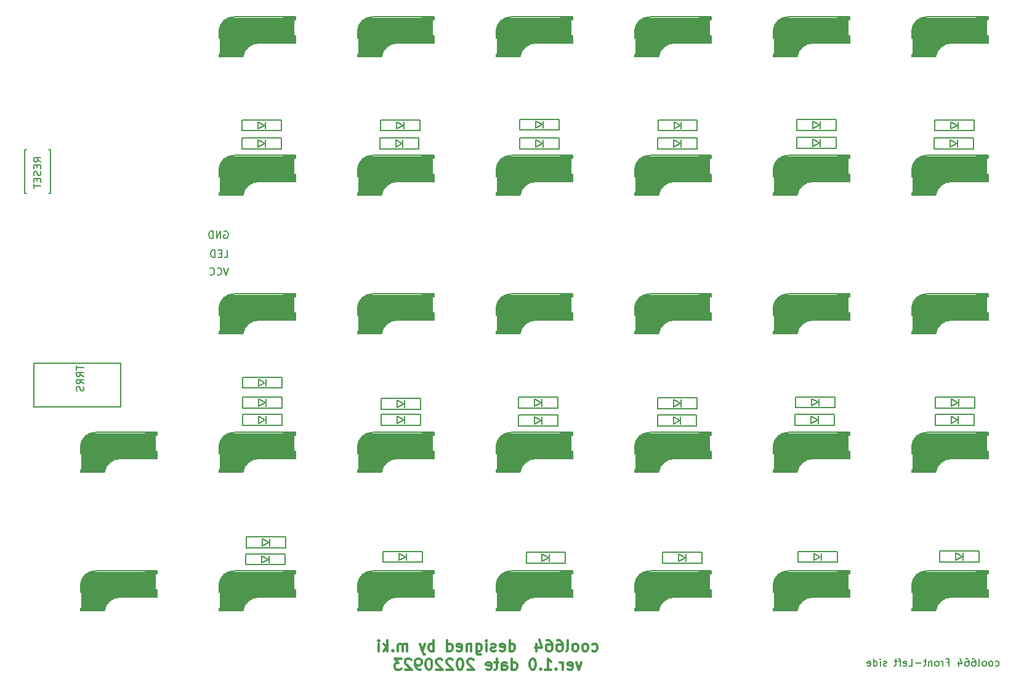
<source format=gbr>
G04 #@! TF.GenerationSoftware,KiCad,Pcbnew,(5.1.6-0-10_14)*
G04 #@! TF.CreationDate,2022-09-23T19:30:47+09:00*
G04 #@! TF.ProjectId,cool664,636f6f6c-3636-4342-9e6b-696361645f70,rev?*
G04 #@! TF.SameCoordinates,Original*
G04 #@! TF.FileFunction,Legend,Bot*
G04 #@! TF.FilePolarity,Positive*
%FSLAX46Y46*%
G04 Gerber Fmt 4.6, Leading zero omitted, Abs format (unit mm)*
G04 Created by KiCad (PCBNEW (5.1.6-0-10_14)) date 2022-09-23 19:30:47*
%MOMM*%
%LPD*%
G01*
G04 APERTURE LIST*
%ADD10C,0.300000*%
%ADD11C,0.150000*%
%ADD12C,0.400000*%
%ADD13C,0.500000*%
%ADD14C,3.500000*%
%ADD15C,1.000000*%
%ADD16C,3.000000*%
%ADD17C,0.800000*%
G04 APERTURE END LIST*
D10*
X187987142Y-181482142D02*
X188130000Y-181553571D01*
X188415714Y-181553571D01*
X188558571Y-181482142D01*
X188630000Y-181410714D01*
X188701428Y-181267857D01*
X188701428Y-180839285D01*
X188630000Y-180696428D01*
X188558571Y-180625000D01*
X188415714Y-180553571D01*
X188130000Y-180553571D01*
X187987142Y-180625000D01*
X187130000Y-181553571D02*
X187272857Y-181482142D01*
X187344285Y-181410714D01*
X187415714Y-181267857D01*
X187415714Y-180839285D01*
X187344285Y-180696428D01*
X187272857Y-180625000D01*
X187130000Y-180553571D01*
X186915714Y-180553571D01*
X186772857Y-180625000D01*
X186701428Y-180696428D01*
X186630000Y-180839285D01*
X186630000Y-181267857D01*
X186701428Y-181410714D01*
X186772857Y-181482142D01*
X186915714Y-181553571D01*
X187130000Y-181553571D01*
X185772857Y-181553571D02*
X185915714Y-181482142D01*
X185987142Y-181410714D01*
X186058571Y-181267857D01*
X186058571Y-180839285D01*
X185987142Y-180696428D01*
X185915714Y-180625000D01*
X185772857Y-180553571D01*
X185558571Y-180553571D01*
X185415714Y-180625000D01*
X185344285Y-180696428D01*
X185272857Y-180839285D01*
X185272857Y-181267857D01*
X185344285Y-181410714D01*
X185415714Y-181482142D01*
X185558571Y-181553571D01*
X185772857Y-181553571D01*
X184415714Y-181553571D02*
X184558571Y-181482142D01*
X184630000Y-181339285D01*
X184630000Y-180053571D01*
X183201428Y-180053571D02*
X183487142Y-180053571D01*
X183630000Y-180125000D01*
X183701428Y-180196428D01*
X183844285Y-180410714D01*
X183915714Y-180696428D01*
X183915714Y-181267857D01*
X183844285Y-181410714D01*
X183772857Y-181482142D01*
X183630000Y-181553571D01*
X183344285Y-181553571D01*
X183201428Y-181482142D01*
X183130000Y-181410714D01*
X183058571Y-181267857D01*
X183058571Y-180910714D01*
X183130000Y-180767857D01*
X183201428Y-180696428D01*
X183344285Y-180625000D01*
X183630000Y-180625000D01*
X183772857Y-180696428D01*
X183844285Y-180767857D01*
X183915714Y-180910714D01*
X181772857Y-180053571D02*
X182058571Y-180053571D01*
X182201428Y-180125000D01*
X182272857Y-180196428D01*
X182415714Y-180410714D01*
X182487142Y-180696428D01*
X182487142Y-181267857D01*
X182415714Y-181410714D01*
X182344285Y-181482142D01*
X182201428Y-181553571D01*
X181915714Y-181553571D01*
X181772857Y-181482142D01*
X181701428Y-181410714D01*
X181630000Y-181267857D01*
X181630000Y-180910714D01*
X181701428Y-180767857D01*
X181772857Y-180696428D01*
X181915714Y-180625000D01*
X182201428Y-180625000D01*
X182344285Y-180696428D01*
X182415714Y-180767857D01*
X182487142Y-180910714D01*
X180344285Y-180553571D02*
X180344285Y-181553571D01*
X180701428Y-179982142D02*
X181058571Y-181053571D01*
X180130000Y-181053571D01*
X176630000Y-181553571D02*
X176630000Y-180053571D01*
X176630000Y-181482142D02*
X176772857Y-181553571D01*
X177058571Y-181553571D01*
X177201428Y-181482142D01*
X177272857Y-181410714D01*
X177344285Y-181267857D01*
X177344285Y-180839285D01*
X177272857Y-180696428D01*
X177201428Y-180625000D01*
X177058571Y-180553571D01*
X176772857Y-180553571D01*
X176630000Y-180625000D01*
X175344285Y-181482142D02*
X175487142Y-181553571D01*
X175772857Y-181553571D01*
X175915714Y-181482142D01*
X175987142Y-181339285D01*
X175987142Y-180767857D01*
X175915714Y-180625000D01*
X175772857Y-180553571D01*
X175487142Y-180553571D01*
X175344285Y-180625000D01*
X175272857Y-180767857D01*
X175272857Y-180910714D01*
X175987142Y-181053571D01*
X174701428Y-181482142D02*
X174558571Y-181553571D01*
X174272857Y-181553571D01*
X174130000Y-181482142D01*
X174058571Y-181339285D01*
X174058571Y-181267857D01*
X174130000Y-181125000D01*
X174272857Y-181053571D01*
X174487142Y-181053571D01*
X174630000Y-180982142D01*
X174701428Y-180839285D01*
X174701428Y-180767857D01*
X174630000Y-180625000D01*
X174487142Y-180553571D01*
X174272857Y-180553571D01*
X174130000Y-180625000D01*
X173415714Y-181553571D02*
X173415714Y-180553571D01*
X173415714Y-180053571D02*
X173487142Y-180125000D01*
X173415714Y-180196428D01*
X173344285Y-180125000D01*
X173415714Y-180053571D01*
X173415714Y-180196428D01*
X172058571Y-180553571D02*
X172058571Y-181767857D01*
X172130000Y-181910714D01*
X172201428Y-181982142D01*
X172344285Y-182053571D01*
X172558571Y-182053571D01*
X172701428Y-181982142D01*
X172058571Y-181482142D02*
X172201428Y-181553571D01*
X172487142Y-181553571D01*
X172630000Y-181482142D01*
X172701428Y-181410714D01*
X172772857Y-181267857D01*
X172772857Y-180839285D01*
X172701428Y-180696428D01*
X172630000Y-180625000D01*
X172487142Y-180553571D01*
X172201428Y-180553571D01*
X172058571Y-180625000D01*
X171344285Y-180553571D02*
X171344285Y-181553571D01*
X171344285Y-180696428D02*
X171272857Y-180625000D01*
X171130000Y-180553571D01*
X170915714Y-180553571D01*
X170772857Y-180625000D01*
X170701428Y-180767857D01*
X170701428Y-181553571D01*
X169415714Y-181482142D02*
X169558571Y-181553571D01*
X169844285Y-181553571D01*
X169987142Y-181482142D01*
X170058571Y-181339285D01*
X170058571Y-180767857D01*
X169987142Y-180625000D01*
X169844285Y-180553571D01*
X169558571Y-180553571D01*
X169415714Y-180625000D01*
X169344285Y-180767857D01*
X169344285Y-180910714D01*
X170058571Y-181053571D01*
X168058571Y-181553571D02*
X168058571Y-180053571D01*
X168058571Y-181482142D02*
X168201428Y-181553571D01*
X168487142Y-181553571D01*
X168630000Y-181482142D01*
X168701428Y-181410714D01*
X168772857Y-181267857D01*
X168772857Y-180839285D01*
X168701428Y-180696428D01*
X168630000Y-180625000D01*
X168487142Y-180553571D01*
X168201428Y-180553571D01*
X168058571Y-180625000D01*
X166201428Y-181553571D02*
X166201428Y-180053571D01*
X166201428Y-180625000D02*
X166058571Y-180553571D01*
X165772857Y-180553571D01*
X165630000Y-180625000D01*
X165558571Y-180696428D01*
X165487142Y-180839285D01*
X165487142Y-181267857D01*
X165558571Y-181410714D01*
X165630000Y-181482142D01*
X165772857Y-181553571D01*
X166058571Y-181553571D01*
X166201428Y-181482142D01*
X164987142Y-180553571D02*
X164630000Y-181553571D01*
X164272857Y-180553571D02*
X164630000Y-181553571D01*
X164772857Y-181910714D01*
X164844285Y-181982142D01*
X164987142Y-182053571D01*
X162558571Y-181553571D02*
X162558571Y-180553571D01*
X162558571Y-180696428D02*
X162487142Y-180625000D01*
X162344285Y-180553571D01*
X162130000Y-180553571D01*
X161987142Y-180625000D01*
X161915714Y-180767857D01*
X161915714Y-181553571D01*
X161915714Y-180767857D02*
X161844285Y-180625000D01*
X161701428Y-180553571D01*
X161487142Y-180553571D01*
X161344285Y-180625000D01*
X161272857Y-180767857D01*
X161272857Y-181553571D01*
X160558571Y-181410714D02*
X160487142Y-181482142D01*
X160558571Y-181553571D01*
X160630000Y-181482142D01*
X160558571Y-181410714D01*
X160558571Y-181553571D01*
X159844285Y-181553571D02*
X159844285Y-180053571D01*
X159701428Y-180982142D02*
X159272857Y-181553571D01*
X159272857Y-180553571D02*
X159844285Y-181125000D01*
X158630000Y-181553571D02*
X158630000Y-180553571D01*
X158630000Y-180053571D02*
X158701428Y-180125000D01*
X158630000Y-180196428D01*
X158558571Y-180125000D01*
X158630000Y-180053571D01*
X158630000Y-180196428D01*
X186522857Y-183103571D02*
X186165714Y-184103571D01*
X185808571Y-183103571D01*
X184665714Y-184032142D02*
X184808571Y-184103571D01*
X185094285Y-184103571D01*
X185237142Y-184032142D01*
X185308571Y-183889285D01*
X185308571Y-183317857D01*
X185237142Y-183175000D01*
X185094285Y-183103571D01*
X184808571Y-183103571D01*
X184665714Y-183175000D01*
X184594285Y-183317857D01*
X184594285Y-183460714D01*
X185308571Y-183603571D01*
X183951428Y-184103571D02*
X183951428Y-183103571D01*
X183951428Y-183389285D02*
X183880000Y-183246428D01*
X183808571Y-183175000D01*
X183665714Y-183103571D01*
X183522857Y-183103571D01*
X183022857Y-183960714D02*
X182951428Y-184032142D01*
X183022857Y-184103571D01*
X183094285Y-184032142D01*
X183022857Y-183960714D01*
X183022857Y-184103571D01*
X181522857Y-184103571D02*
X182380000Y-184103571D01*
X181951428Y-184103571D02*
X181951428Y-182603571D01*
X182094285Y-182817857D01*
X182237142Y-182960714D01*
X182380000Y-183032142D01*
X180880000Y-183960714D02*
X180808571Y-184032142D01*
X180880000Y-184103571D01*
X180951428Y-184032142D01*
X180880000Y-183960714D01*
X180880000Y-184103571D01*
X179880000Y-182603571D02*
X179737142Y-182603571D01*
X179594285Y-182675000D01*
X179522857Y-182746428D01*
X179451428Y-182889285D01*
X179380000Y-183175000D01*
X179380000Y-183532142D01*
X179451428Y-183817857D01*
X179522857Y-183960714D01*
X179594285Y-184032142D01*
X179737142Y-184103571D01*
X179880000Y-184103571D01*
X180022857Y-184032142D01*
X180094285Y-183960714D01*
X180165714Y-183817857D01*
X180237142Y-183532142D01*
X180237142Y-183175000D01*
X180165714Y-182889285D01*
X180094285Y-182746428D01*
X180022857Y-182675000D01*
X179880000Y-182603571D01*
X176951428Y-184103571D02*
X176951428Y-182603571D01*
X176951428Y-184032142D02*
X177094285Y-184103571D01*
X177380000Y-184103571D01*
X177522857Y-184032142D01*
X177594285Y-183960714D01*
X177665714Y-183817857D01*
X177665714Y-183389285D01*
X177594285Y-183246428D01*
X177522857Y-183175000D01*
X177380000Y-183103571D01*
X177094285Y-183103571D01*
X176951428Y-183175000D01*
X175594285Y-184103571D02*
X175594285Y-183317857D01*
X175665714Y-183175000D01*
X175808571Y-183103571D01*
X176094285Y-183103571D01*
X176237142Y-183175000D01*
X175594285Y-184032142D02*
X175737142Y-184103571D01*
X176094285Y-184103571D01*
X176237142Y-184032142D01*
X176308571Y-183889285D01*
X176308571Y-183746428D01*
X176237142Y-183603571D01*
X176094285Y-183532142D01*
X175737142Y-183532142D01*
X175594285Y-183460714D01*
X175094285Y-183103571D02*
X174522857Y-183103571D01*
X174880000Y-182603571D02*
X174880000Y-183889285D01*
X174808571Y-184032142D01*
X174665714Y-184103571D01*
X174522857Y-184103571D01*
X173451428Y-184032142D02*
X173594285Y-184103571D01*
X173880000Y-184103571D01*
X174022857Y-184032142D01*
X174094285Y-183889285D01*
X174094285Y-183317857D01*
X174022857Y-183175000D01*
X173880000Y-183103571D01*
X173594285Y-183103571D01*
X173451428Y-183175000D01*
X173380000Y-183317857D01*
X173380000Y-183460714D01*
X174094285Y-183603571D01*
X171665714Y-182746428D02*
X171594285Y-182675000D01*
X171451428Y-182603571D01*
X171094285Y-182603571D01*
X170951428Y-182675000D01*
X170880000Y-182746428D01*
X170808571Y-182889285D01*
X170808571Y-183032142D01*
X170880000Y-183246428D01*
X171737142Y-184103571D01*
X170808571Y-184103571D01*
X169880000Y-182603571D02*
X169737142Y-182603571D01*
X169594285Y-182675000D01*
X169522857Y-182746428D01*
X169451428Y-182889285D01*
X169380000Y-183175000D01*
X169380000Y-183532142D01*
X169451428Y-183817857D01*
X169522857Y-183960714D01*
X169594285Y-184032142D01*
X169737142Y-184103571D01*
X169880000Y-184103571D01*
X170022857Y-184032142D01*
X170094285Y-183960714D01*
X170165714Y-183817857D01*
X170237142Y-183532142D01*
X170237142Y-183175000D01*
X170165714Y-182889285D01*
X170094285Y-182746428D01*
X170022857Y-182675000D01*
X169880000Y-182603571D01*
X168808571Y-182746428D02*
X168737142Y-182675000D01*
X168594285Y-182603571D01*
X168237142Y-182603571D01*
X168094285Y-182675000D01*
X168022857Y-182746428D01*
X167951428Y-182889285D01*
X167951428Y-183032142D01*
X168022857Y-183246428D01*
X168880000Y-184103571D01*
X167951428Y-184103571D01*
X167380000Y-182746428D02*
X167308571Y-182675000D01*
X167165714Y-182603571D01*
X166808571Y-182603571D01*
X166665714Y-182675000D01*
X166594285Y-182746428D01*
X166522857Y-182889285D01*
X166522857Y-183032142D01*
X166594285Y-183246428D01*
X167451428Y-184103571D01*
X166522857Y-184103571D01*
X165594285Y-182603571D02*
X165451428Y-182603571D01*
X165308571Y-182675000D01*
X165237142Y-182746428D01*
X165165714Y-182889285D01*
X165094285Y-183175000D01*
X165094285Y-183532142D01*
X165165714Y-183817857D01*
X165237142Y-183960714D01*
X165308571Y-184032142D01*
X165451428Y-184103571D01*
X165594285Y-184103571D01*
X165737142Y-184032142D01*
X165808571Y-183960714D01*
X165880000Y-183817857D01*
X165951428Y-183532142D01*
X165951428Y-183175000D01*
X165880000Y-182889285D01*
X165808571Y-182746428D01*
X165737142Y-182675000D01*
X165594285Y-182603571D01*
X164380000Y-184103571D02*
X164094285Y-184103571D01*
X163951428Y-184032142D01*
X163880000Y-183960714D01*
X163737142Y-183746428D01*
X163665714Y-183460714D01*
X163665714Y-182889285D01*
X163737142Y-182746428D01*
X163808571Y-182675000D01*
X163951428Y-182603571D01*
X164237142Y-182603571D01*
X164380000Y-182675000D01*
X164451428Y-182746428D01*
X164522857Y-182889285D01*
X164522857Y-183246428D01*
X164451428Y-183389285D01*
X164380000Y-183460714D01*
X164237142Y-183532142D01*
X163951428Y-183532142D01*
X163808571Y-183460714D01*
X163737142Y-183389285D01*
X163665714Y-183246428D01*
X163094285Y-182746428D02*
X163022857Y-182675000D01*
X162880000Y-182603571D01*
X162522857Y-182603571D01*
X162380000Y-182675000D01*
X162308571Y-182746428D01*
X162237142Y-182889285D01*
X162237142Y-183032142D01*
X162308571Y-183246428D01*
X163165714Y-184103571D01*
X162237142Y-184103571D01*
X161737142Y-182603571D02*
X160808571Y-182603571D01*
X161308571Y-183175000D01*
X161094285Y-183175000D01*
X160951428Y-183246428D01*
X160880000Y-183317857D01*
X160808571Y-183460714D01*
X160808571Y-183817857D01*
X160880000Y-183960714D01*
X160951428Y-184032142D01*
X161094285Y-184103571D01*
X161522857Y-184103571D01*
X161665714Y-184032142D01*
X161737142Y-183960714D01*
D11*
X243455238Y-183564761D02*
X243550476Y-183612380D01*
X243740952Y-183612380D01*
X243836190Y-183564761D01*
X243883809Y-183517142D01*
X243931428Y-183421904D01*
X243931428Y-183136190D01*
X243883809Y-183040952D01*
X243836190Y-182993333D01*
X243740952Y-182945714D01*
X243550476Y-182945714D01*
X243455238Y-182993333D01*
X242883809Y-183612380D02*
X242979047Y-183564761D01*
X243026666Y-183517142D01*
X243074285Y-183421904D01*
X243074285Y-183136190D01*
X243026666Y-183040952D01*
X242979047Y-182993333D01*
X242883809Y-182945714D01*
X242740952Y-182945714D01*
X242645714Y-182993333D01*
X242598095Y-183040952D01*
X242550476Y-183136190D01*
X242550476Y-183421904D01*
X242598095Y-183517142D01*
X242645714Y-183564761D01*
X242740952Y-183612380D01*
X242883809Y-183612380D01*
X241979047Y-183612380D02*
X242074285Y-183564761D01*
X242121904Y-183517142D01*
X242169523Y-183421904D01*
X242169523Y-183136190D01*
X242121904Y-183040952D01*
X242074285Y-182993333D01*
X241979047Y-182945714D01*
X241836190Y-182945714D01*
X241740952Y-182993333D01*
X241693333Y-183040952D01*
X241645714Y-183136190D01*
X241645714Y-183421904D01*
X241693333Y-183517142D01*
X241740952Y-183564761D01*
X241836190Y-183612380D01*
X241979047Y-183612380D01*
X241074285Y-183612380D02*
X241169523Y-183564761D01*
X241217142Y-183469523D01*
X241217142Y-182612380D01*
X240264761Y-182612380D02*
X240455238Y-182612380D01*
X240550476Y-182660000D01*
X240598095Y-182707619D01*
X240693333Y-182850476D01*
X240740952Y-183040952D01*
X240740952Y-183421904D01*
X240693333Y-183517142D01*
X240645714Y-183564761D01*
X240550476Y-183612380D01*
X240360000Y-183612380D01*
X240264761Y-183564761D01*
X240217142Y-183517142D01*
X240169523Y-183421904D01*
X240169523Y-183183809D01*
X240217142Y-183088571D01*
X240264761Y-183040952D01*
X240360000Y-182993333D01*
X240550476Y-182993333D01*
X240645714Y-183040952D01*
X240693333Y-183088571D01*
X240740952Y-183183809D01*
X239312380Y-182612380D02*
X239502857Y-182612380D01*
X239598095Y-182660000D01*
X239645714Y-182707619D01*
X239740952Y-182850476D01*
X239788571Y-183040952D01*
X239788571Y-183421904D01*
X239740952Y-183517142D01*
X239693333Y-183564761D01*
X239598095Y-183612380D01*
X239407619Y-183612380D01*
X239312380Y-183564761D01*
X239264761Y-183517142D01*
X239217142Y-183421904D01*
X239217142Y-183183809D01*
X239264761Y-183088571D01*
X239312380Y-183040952D01*
X239407619Y-182993333D01*
X239598095Y-182993333D01*
X239693333Y-183040952D01*
X239740952Y-183088571D01*
X239788571Y-183183809D01*
X238360000Y-182945714D02*
X238360000Y-183612380D01*
X238598095Y-182564761D02*
X238836190Y-183279047D01*
X238217142Y-183279047D01*
X236740952Y-183088571D02*
X237074285Y-183088571D01*
X237074285Y-183612380D02*
X237074285Y-182612380D01*
X236598095Y-182612380D01*
X236217142Y-183612380D02*
X236217142Y-182945714D01*
X236217142Y-183136190D02*
X236169523Y-183040952D01*
X236121904Y-182993333D01*
X236026666Y-182945714D01*
X235931428Y-182945714D01*
X235455238Y-183612380D02*
X235550476Y-183564761D01*
X235598095Y-183517142D01*
X235645714Y-183421904D01*
X235645714Y-183136190D01*
X235598095Y-183040952D01*
X235550476Y-182993333D01*
X235455238Y-182945714D01*
X235312380Y-182945714D01*
X235217142Y-182993333D01*
X235169523Y-183040952D01*
X235121904Y-183136190D01*
X235121904Y-183421904D01*
X235169523Y-183517142D01*
X235217142Y-183564761D01*
X235312380Y-183612380D01*
X235455238Y-183612380D01*
X234693333Y-182945714D02*
X234693333Y-183612380D01*
X234693333Y-183040952D02*
X234645714Y-182993333D01*
X234550476Y-182945714D01*
X234407619Y-182945714D01*
X234312380Y-182993333D01*
X234264761Y-183088571D01*
X234264761Y-183612380D01*
X233931428Y-182945714D02*
X233550476Y-182945714D01*
X233788571Y-182612380D02*
X233788571Y-183469523D01*
X233740952Y-183564761D01*
X233645714Y-183612380D01*
X233550476Y-183612380D01*
X233217142Y-183231428D02*
X232455238Y-183231428D01*
X231502857Y-183612380D02*
X231979047Y-183612380D01*
X231979047Y-182612380D01*
X230788571Y-183564761D02*
X230883809Y-183612380D01*
X231074285Y-183612380D01*
X231169523Y-183564761D01*
X231217142Y-183469523D01*
X231217142Y-183088571D01*
X231169523Y-182993333D01*
X231074285Y-182945714D01*
X230883809Y-182945714D01*
X230788571Y-182993333D01*
X230740952Y-183088571D01*
X230740952Y-183183809D01*
X231217142Y-183279047D01*
X230455238Y-182945714D02*
X230074285Y-182945714D01*
X230312380Y-183612380D02*
X230312380Y-182755238D01*
X230264761Y-182660000D01*
X230169523Y-182612380D01*
X230074285Y-182612380D01*
X229883809Y-182945714D02*
X229502857Y-182945714D01*
X229740952Y-182612380D02*
X229740952Y-183469523D01*
X229693333Y-183564761D01*
X229598095Y-183612380D01*
X229502857Y-183612380D01*
X228455238Y-183564761D02*
X228360000Y-183612380D01*
X228169523Y-183612380D01*
X228074285Y-183564761D01*
X228026666Y-183469523D01*
X228026666Y-183421904D01*
X228074285Y-183326666D01*
X228169523Y-183279047D01*
X228312380Y-183279047D01*
X228407619Y-183231428D01*
X228455238Y-183136190D01*
X228455238Y-183088571D01*
X228407619Y-182993333D01*
X228312380Y-182945714D01*
X228169523Y-182945714D01*
X228074285Y-182993333D01*
X227598095Y-183612380D02*
X227598095Y-182945714D01*
X227598095Y-182612380D02*
X227645714Y-182660000D01*
X227598095Y-182707619D01*
X227550476Y-182660000D01*
X227598095Y-182612380D01*
X227598095Y-182707619D01*
X226693333Y-183612380D02*
X226693333Y-182612380D01*
X226693333Y-183564761D02*
X226788571Y-183612380D01*
X226979047Y-183612380D01*
X227074285Y-183564761D01*
X227121904Y-183517142D01*
X227169523Y-183421904D01*
X227169523Y-183136190D01*
X227121904Y-183040952D01*
X227074285Y-182993333D01*
X226979047Y-182945714D01*
X226788571Y-182945714D01*
X226693333Y-182993333D01*
X225836190Y-183564761D02*
X225931428Y-183612380D01*
X226121904Y-183612380D01*
X226217142Y-183564761D01*
X226264761Y-183469523D01*
X226264761Y-183088571D01*
X226217142Y-182993333D01*
X226121904Y-182945714D01*
X225931428Y-182945714D01*
X225836190Y-182993333D01*
X225788571Y-183088571D01*
X225788571Y-183183809D01*
X226264761Y-183279047D01*
X110240000Y-118600000D02*
X109990000Y-118600000D01*
X109990000Y-118600000D02*
X109990000Y-112600000D01*
X109990000Y-112600000D02*
X110240000Y-112600000D01*
X113240000Y-112600000D02*
X113490000Y-112600000D01*
X113490000Y-112600000D02*
X113490000Y-118600000D01*
X113490000Y-118600000D02*
X113240000Y-118600000D01*
X123190000Y-148000000D02*
X111190000Y-148000000D01*
X123190000Y-142000000D02*
X123190000Y-148000000D01*
X111190000Y-142000000D02*
X123190000Y-142000000D01*
X111190000Y-148000000D02*
X111190000Y-142000000D01*
X145250000Y-110000000D02*
X145250000Y-108500000D01*
X139850000Y-110000000D02*
X145250000Y-110000000D01*
X139850000Y-108500000D02*
X139850000Y-110000000D01*
X145250000Y-108500000D02*
X139850000Y-108500000D01*
X143050000Y-109750000D02*
X143050000Y-108750000D01*
X142050000Y-108750000D02*
X142950000Y-109250000D01*
X142050000Y-109750000D02*
X142050000Y-108750000D01*
X142950000Y-109250000D02*
X142050000Y-109750000D01*
X161980000Y-109250000D02*
X161080000Y-109750000D01*
X161080000Y-109750000D02*
X161080000Y-108750000D01*
X161080000Y-108750000D02*
X161980000Y-109250000D01*
X162080000Y-109750000D02*
X162080000Y-108750000D01*
X164280000Y-108500000D02*
X158880000Y-108500000D01*
X158880000Y-108500000D02*
X158880000Y-110000000D01*
X158880000Y-110000000D02*
X164280000Y-110000000D01*
X164280000Y-110000000D02*
X164280000Y-108500000D01*
X183440000Y-109910000D02*
X183440000Y-108410000D01*
X178040000Y-109910000D02*
X183440000Y-109910000D01*
X178040000Y-108410000D02*
X178040000Y-109910000D01*
X183440000Y-108410000D02*
X178040000Y-108410000D01*
X181240000Y-109660000D02*
X181240000Y-108660000D01*
X180240000Y-108660000D02*
X181140000Y-109160000D01*
X180240000Y-109660000D02*
X180240000Y-108660000D01*
X181140000Y-109160000D02*
X180240000Y-109660000D01*
X200140000Y-109250000D02*
X199240000Y-109750000D01*
X199240000Y-109750000D02*
X199240000Y-108750000D01*
X199240000Y-108750000D02*
X200140000Y-109250000D01*
X200240000Y-109750000D02*
X200240000Y-108750000D01*
X202440000Y-108500000D02*
X197040000Y-108500000D01*
X197040000Y-108500000D02*
X197040000Y-110000000D01*
X197040000Y-110000000D02*
X202440000Y-110000000D01*
X202440000Y-110000000D02*
X202440000Y-108500000D01*
X219220000Y-109230000D02*
X218320000Y-109730000D01*
X218320000Y-109730000D02*
X218320000Y-108730000D01*
X218320000Y-108730000D02*
X219220000Y-109230000D01*
X219320000Y-109730000D02*
X219320000Y-108730000D01*
X221520000Y-108480000D02*
X216120000Y-108480000D01*
X216120000Y-108480000D02*
X216120000Y-109980000D01*
X216120000Y-109980000D02*
X221520000Y-109980000D01*
X221520000Y-109980000D02*
X221520000Y-108480000D01*
X240520000Y-110000000D02*
X240520000Y-108500000D01*
X235120000Y-110000000D02*
X240520000Y-110000000D01*
X235120000Y-108500000D02*
X235120000Y-110000000D01*
X240520000Y-108500000D02*
X235120000Y-108500000D01*
X238320000Y-109750000D02*
X238320000Y-108750000D01*
X237320000Y-108750000D02*
X238220000Y-109250000D01*
X237320000Y-109750000D02*
X237320000Y-108750000D01*
X238220000Y-109250000D02*
X237320000Y-109750000D01*
X145270000Y-112500000D02*
X145270000Y-111000000D01*
X139870000Y-112500000D02*
X145270000Y-112500000D01*
X139870000Y-111000000D02*
X139870000Y-112500000D01*
X145270000Y-111000000D02*
X139870000Y-111000000D01*
X143070000Y-112250000D02*
X143070000Y-111250000D01*
X142070000Y-111250000D02*
X142970000Y-111750000D01*
X142070000Y-112250000D02*
X142070000Y-111250000D01*
X142970000Y-111750000D02*
X142070000Y-112250000D01*
X161870000Y-111770000D02*
X160970000Y-112270000D01*
X160970000Y-112270000D02*
X160970000Y-111270000D01*
X160970000Y-111270000D02*
X161870000Y-111770000D01*
X161970000Y-112270000D02*
X161970000Y-111270000D01*
X164170000Y-111020000D02*
X158770000Y-111020000D01*
X158770000Y-111020000D02*
X158770000Y-112520000D01*
X158770000Y-112520000D02*
X164170000Y-112520000D01*
X164170000Y-112520000D02*
X164170000Y-111020000D01*
X181150000Y-111730000D02*
X180250000Y-112230000D01*
X180250000Y-112230000D02*
X180250000Y-111230000D01*
X180250000Y-111230000D02*
X181150000Y-111730000D01*
X181250000Y-112230000D02*
X181250000Y-111230000D01*
X183450000Y-110980000D02*
X178050000Y-110980000D01*
X178050000Y-110980000D02*
X178050000Y-112480000D01*
X178050000Y-112480000D02*
X183450000Y-112480000D01*
X183450000Y-112480000D02*
X183450000Y-110980000D01*
X200080000Y-111730000D02*
X199180000Y-112230000D01*
X199180000Y-112230000D02*
X199180000Y-111230000D01*
X199180000Y-111230000D02*
X200080000Y-111730000D01*
X200180000Y-112230000D02*
X200180000Y-111230000D01*
X202380000Y-110980000D02*
X196980000Y-110980000D01*
X196980000Y-110980000D02*
X196980000Y-112480000D01*
X196980000Y-112480000D02*
X202380000Y-112480000D01*
X202380000Y-112480000D02*
X202380000Y-110980000D01*
X219240000Y-111640000D02*
X218340000Y-112140000D01*
X218340000Y-112140000D02*
X218340000Y-111140000D01*
X218340000Y-111140000D02*
X219240000Y-111640000D01*
X219340000Y-112140000D02*
X219340000Y-111140000D01*
X221540000Y-110890000D02*
X216140000Y-110890000D01*
X216140000Y-110890000D02*
X216140000Y-112390000D01*
X216140000Y-112390000D02*
X221540000Y-112390000D01*
X221540000Y-112390000D02*
X221540000Y-110890000D01*
X238110000Y-111740000D02*
X237210000Y-112240000D01*
X237210000Y-112240000D02*
X237210000Y-111240000D01*
X237210000Y-111240000D02*
X238110000Y-111740000D01*
X238210000Y-112240000D02*
X238210000Y-111240000D01*
X240410000Y-110990000D02*
X235010000Y-110990000D01*
X235010000Y-110990000D02*
X235010000Y-112490000D01*
X235010000Y-112490000D02*
X240410000Y-112490000D01*
X240410000Y-112490000D02*
X240410000Y-110990000D01*
X145360000Y-148130000D02*
X145360000Y-146630000D01*
X139960000Y-148130000D02*
X145360000Y-148130000D01*
X139960000Y-146630000D02*
X139960000Y-148130000D01*
X145360000Y-146630000D02*
X139960000Y-146630000D01*
X143160000Y-147880000D02*
X143160000Y-146880000D01*
X142160000Y-146880000D02*
X143060000Y-147380000D01*
X142160000Y-147880000D02*
X142160000Y-146880000D01*
X143060000Y-147380000D02*
X142160000Y-147880000D01*
X164380000Y-148300000D02*
X164380000Y-146800000D01*
X158980000Y-148300000D02*
X164380000Y-148300000D01*
X158980000Y-146800000D02*
X158980000Y-148300000D01*
X164380000Y-146800000D02*
X158980000Y-146800000D01*
X162180000Y-148050000D02*
X162180000Y-147050000D01*
X161180000Y-147050000D02*
X162080000Y-147550000D01*
X161180000Y-148050000D02*
X161180000Y-147050000D01*
X162080000Y-147550000D02*
X161180000Y-148050000D01*
X180960000Y-147410000D02*
X180060000Y-147910000D01*
X180060000Y-147910000D02*
X180060000Y-146910000D01*
X180060000Y-146910000D02*
X180960000Y-147410000D01*
X181060000Y-147910000D02*
X181060000Y-146910000D01*
X183260000Y-146660000D02*
X177860000Y-146660000D01*
X177860000Y-146660000D02*
X177860000Y-148160000D01*
X177860000Y-148160000D02*
X183260000Y-148160000D01*
X183260000Y-148160000D02*
X183260000Y-146660000D01*
X202380000Y-148240000D02*
X202380000Y-146740000D01*
X196980000Y-148240000D02*
X202380000Y-148240000D01*
X196980000Y-146740000D02*
X196980000Y-148240000D01*
X202380000Y-146740000D02*
X196980000Y-146740000D01*
X200180000Y-147990000D02*
X200180000Y-146990000D01*
X199180000Y-146990000D02*
X200080000Y-147490000D01*
X199180000Y-147990000D02*
X199180000Y-146990000D01*
X200080000Y-147490000D02*
X199180000Y-147990000D01*
X219090000Y-147340000D02*
X218190000Y-147840000D01*
X218190000Y-147840000D02*
X218190000Y-146840000D01*
X218190000Y-146840000D02*
X219090000Y-147340000D01*
X219190000Y-147840000D02*
X219190000Y-146840000D01*
X221390000Y-146590000D02*
X215990000Y-146590000D01*
X215990000Y-146590000D02*
X215990000Y-148090000D01*
X215990000Y-148090000D02*
X221390000Y-148090000D01*
X221390000Y-148090000D02*
X221390000Y-146590000D01*
X240600000Y-148140000D02*
X240600000Y-146640000D01*
X235200000Y-148140000D02*
X240600000Y-148140000D01*
X235200000Y-146640000D02*
X235200000Y-148140000D01*
X240600000Y-146640000D02*
X235200000Y-146640000D01*
X238400000Y-147890000D02*
X238400000Y-146890000D01*
X237400000Y-146890000D02*
X238300000Y-147390000D01*
X237400000Y-147890000D02*
X237400000Y-146890000D01*
X238300000Y-147390000D02*
X237400000Y-147890000D01*
X143000000Y-144640000D02*
X142100000Y-145140000D01*
X142100000Y-145140000D02*
X142100000Y-144140000D01*
X142100000Y-144140000D02*
X143000000Y-144640000D01*
X143100000Y-145140000D02*
X143100000Y-144140000D01*
X145300000Y-143890000D02*
X139900000Y-143890000D01*
X139900000Y-143890000D02*
X139900000Y-145390000D01*
X139900000Y-145390000D02*
X145300000Y-145390000D01*
X145300000Y-145390000D02*
X145300000Y-143890000D01*
X145310000Y-150500000D02*
X145310000Y-149000000D01*
X139910000Y-150500000D02*
X145310000Y-150500000D01*
X139910000Y-149000000D02*
X139910000Y-150500000D01*
X145310000Y-149000000D02*
X139910000Y-149000000D01*
X143110000Y-150250000D02*
X143110000Y-149250000D01*
X142110000Y-149250000D02*
X143010000Y-149750000D01*
X142110000Y-150250000D02*
X142110000Y-149250000D01*
X143010000Y-149750000D02*
X142110000Y-150250000D01*
X164380000Y-150480000D02*
X164380000Y-148980000D01*
X158980000Y-150480000D02*
X164380000Y-150480000D01*
X158980000Y-148980000D02*
X158980000Y-150480000D01*
X164380000Y-148980000D02*
X158980000Y-148980000D01*
X162180000Y-150230000D02*
X162180000Y-149230000D01*
X161180000Y-149230000D02*
X162080000Y-149730000D01*
X161180000Y-150230000D02*
X161180000Y-149230000D01*
X162080000Y-149730000D02*
X161180000Y-150230000D01*
X183260000Y-150570000D02*
X183260000Y-149070000D01*
X177860000Y-150570000D02*
X183260000Y-150570000D01*
X177860000Y-149070000D02*
X177860000Y-150570000D01*
X183260000Y-149070000D02*
X177860000Y-149070000D01*
X181060000Y-150320000D02*
X181060000Y-149320000D01*
X180060000Y-149320000D02*
X180960000Y-149820000D01*
X180060000Y-150320000D02*
X180060000Y-149320000D01*
X180960000Y-149820000D02*
X180060000Y-150320000D01*
X202360000Y-150590000D02*
X202360000Y-149090000D01*
X196960000Y-150590000D02*
X202360000Y-150590000D01*
X196960000Y-149090000D02*
X196960000Y-150590000D01*
X202360000Y-149090000D02*
X196960000Y-149090000D01*
X200160000Y-150340000D02*
X200160000Y-149340000D01*
X199160000Y-149340000D02*
X200060000Y-149840000D01*
X199160000Y-150340000D02*
X199160000Y-149340000D01*
X200060000Y-149840000D02*
X199160000Y-150340000D01*
X221290000Y-150520000D02*
X221290000Y-149020000D01*
X215890000Y-150520000D02*
X221290000Y-150520000D01*
X215890000Y-149020000D02*
X215890000Y-150520000D01*
X221290000Y-149020000D02*
X215890000Y-149020000D01*
X219090000Y-150270000D02*
X219090000Y-149270000D01*
X218090000Y-149270000D02*
X218990000Y-149770000D01*
X218090000Y-150270000D02*
X218090000Y-149270000D01*
X218990000Y-149770000D02*
X218090000Y-150270000D01*
X240530000Y-150510000D02*
X240530000Y-149010000D01*
X235130000Y-150510000D02*
X240530000Y-150510000D01*
X235130000Y-149010000D02*
X235130000Y-150510000D01*
X240530000Y-149010000D02*
X235130000Y-149010000D01*
X238330000Y-150260000D02*
X238330000Y-149260000D01*
X237330000Y-149260000D02*
X238230000Y-149760000D01*
X237330000Y-150260000D02*
X237330000Y-149260000D01*
X238230000Y-149760000D02*
X237330000Y-150260000D01*
X143520000Y-166580000D02*
X142620000Y-167080000D01*
X142620000Y-167080000D02*
X142620000Y-166080000D01*
X142620000Y-166080000D02*
X143520000Y-166580000D01*
X143620000Y-167080000D02*
X143620000Y-166080000D01*
X145820000Y-165830000D02*
X140420000Y-165830000D01*
X140420000Y-165830000D02*
X140420000Y-167330000D01*
X140420000Y-167330000D02*
X145820000Y-167330000D01*
X145820000Y-167330000D02*
X145820000Y-165830000D01*
X143470000Y-168940000D02*
X142570000Y-169440000D01*
X142570000Y-169440000D02*
X142570000Y-168440000D01*
X142570000Y-168440000D02*
X143470000Y-168940000D01*
X143570000Y-169440000D02*
X143570000Y-168440000D01*
X145770000Y-168190000D02*
X140370000Y-168190000D01*
X140370000Y-168190000D02*
X140370000Y-169690000D01*
X140370000Y-169690000D02*
X145770000Y-169690000D01*
X145770000Y-169690000D02*
X145770000Y-168190000D01*
X162350000Y-168600000D02*
X161450000Y-169100000D01*
X161450000Y-169100000D02*
X161450000Y-168100000D01*
X161450000Y-168100000D02*
X162350000Y-168600000D01*
X162450000Y-169100000D02*
X162450000Y-168100000D01*
X164650000Y-167850000D02*
X159250000Y-167850000D01*
X159250000Y-167850000D02*
X159250000Y-169350000D01*
X159250000Y-169350000D02*
X164650000Y-169350000D01*
X164650000Y-169350000D02*
X164650000Y-167850000D01*
X184310000Y-169500000D02*
X184310000Y-168000000D01*
X178910000Y-169500000D02*
X184310000Y-169500000D01*
X178910000Y-168000000D02*
X178910000Y-169500000D01*
X184310000Y-168000000D02*
X178910000Y-168000000D01*
X182110000Y-169250000D02*
X182110000Y-168250000D01*
X181110000Y-168250000D02*
X182010000Y-168750000D01*
X181110000Y-169250000D02*
X181110000Y-168250000D01*
X182010000Y-168750000D02*
X181110000Y-169250000D01*
X200770000Y-168700000D02*
X199870000Y-169200000D01*
X199870000Y-169200000D02*
X199870000Y-168200000D01*
X199870000Y-168200000D02*
X200770000Y-168700000D01*
X200870000Y-169200000D02*
X200870000Y-168200000D01*
X203070000Y-167950000D02*
X197670000Y-167950000D01*
X197670000Y-167950000D02*
X197670000Y-169450000D01*
X197670000Y-169450000D02*
X203070000Y-169450000D01*
X203070000Y-169450000D02*
X203070000Y-167950000D01*
X221670000Y-169350000D02*
X221670000Y-167850000D01*
X216270000Y-169350000D02*
X221670000Y-169350000D01*
X216270000Y-167850000D02*
X216270000Y-169350000D01*
X221670000Y-167850000D02*
X216270000Y-167850000D01*
X219470000Y-169100000D02*
X219470000Y-168100000D01*
X218470000Y-168100000D02*
X219370000Y-168600000D01*
X218470000Y-169100000D02*
X218470000Y-168100000D01*
X219370000Y-168600000D02*
X218470000Y-169100000D01*
X238860000Y-168550000D02*
X237960000Y-169050000D01*
X237960000Y-169050000D02*
X237960000Y-168050000D01*
X237960000Y-168050000D02*
X238860000Y-168550000D01*
X238960000Y-169050000D02*
X238960000Y-168050000D01*
X241160000Y-167800000D02*
X235760000Y-167800000D01*
X235760000Y-167800000D02*
X235760000Y-169300000D01*
X235760000Y-169300000D02*
X241160000Y-169300000D01*
X241160000Y-169300000D02*
X241160000Y-167800000D01*
D12*
X146980000Y-97040000D02*
X146980000Y-97740000D01*
X146980000Y-94540000D02*
X145580000Y-94540000D01*
D13*
X136880000Y-99640000D02*
X139580000Y-99640000D01*
D11*
X147180000Y-94690000D02*
X147180000Y-94340000D01*
X147180000Y-94340000D02*
X138779999Y-94340000D01*
X142180000Y-97940000D02*
X147180000Y-97940000D01*
X136680000Y-99840000D02*
X139960000Y-99840000D01*
X136680000Y-96240000D02*
X136680000Y-97240000D01*
X136680000Y-99840000D02*
X136680000Y-99480000D01*
X136880000Y-99480000D02*
X136680000Y-99480000D01*
X136910000Y-97240000D02*
X136910000Y-99480000D01*
X136680000Y-97240000D02*
X136880000Y-97240000D01*
X146980000Y-94690000D02*
X147180000Y-94690000D01*
X146960000Y-96940000D02*
X146960000Y-94690000D01*
X147180000Y-96940000D02*
X146980000Y-96940000D01*
X147180000Y-97940000D02*
X147180000Y-96940000D01*
D14*
X145180000Y-96140000D02*
X138480000Y-96140000D01*
D15*
X146480000Y-94940000D02*
X146480000Y-97440000D01*
D13*
X146880000Y-97640000D02*
X145480000Y-97640000D01*
D16*
X138410000Y-95840000D02*
X138410000Y-98080000D01*
D17*
X137280000Y-99340000D02*
X137280000Y-97540001D01*
D10*
X136780000Y-97139999D02*
X136780000Y-96240000D01*
D11*
X139963682Y-99818529D02*
G75*
G02*
X142180000Y-97940000I2151318J-291471D01*
G01*
X136680000Y-96240001D02*
G75*
G02*
X138779999Y-94340000I2000000J-99999D01*
G01*
D15*
X139563682Y-99418529D02*
G75*
G02*
X141780000Y-97540000I2151318J-291471D01*
G01*
D12*
X166030000Y-97040000D02*
X166030000Y-97740000D01*
X166030000Y-94540000D02*
X164630000Y-94540000D01*
D13*
X155930000Y-99640000D02*
X158630000Y-99640000D01*
D11*
X166230000Y-94690000D02*
X166230000Y-94340000D01*
X166230000Y-94340000D02*
X157829999Y-94340000D01*
X161230000Y-97940000D02*
X166230000Y-97940000D01*
X155730000Y-99840000D02*
X159010000Y-99840000D01*
X155730000Y-96240000D02*
X155730000Y-97240000D01*
X155730000Y-99840000D02*
X155730000Y-99480000D01*
X155930000Y-99480000D02*
X155730000Y-99480000D01*
X155960000Y-97240000D02*
X155960000Y-99480000D01*
X155730000Y-97240000D02*
X155930000Y-97240000D01*
X166030000Y-94690000D02*
X166230000Y-94690000D01*
X166010000Y-96940000D02*
X166010000Y-94690000D01*
X166230000Y-96940000D02*
X166030000Y-96940000D01*
X166230000Y-97940000D02*
X166230000Y-96940000D01*
D14*
X164230000Y-96140000D02*
X157530000Y-96140000D01*
D15*
X165530000Y-94940000D02*
X165530000Y-97440000D01*
D13*
X165930000Y-97640000D02*
X164530000Y-97640000D01*
D16*
X157460000Y-95840000D02*
X157460000Y-98080000D01*
D17*
X156330000Y-99340000D02*
X156330000Y-97540001D01*
D10*
X155830000Y-97139999D02*
X155830000Y-96240000D01*
D11*
X159013682Y-99818529D02*
G75*
G02*
X161230000Y-97940000I2151318J-291471D01*
G01*
X155730000Y-96240001D02*
G75*
G02*
X157829999Y-94340000I2000000J-99999D01*
G01*
D15*
X158613682Y-99418529D02*
G75*
G02*
X160830000Y-97540000I2151318J-291471D01*
G01*
D12*
X185080000Y-97040000D02*
X185080000Y-97740000D01*
X185080000Y-94540000D02*
X183680000Y-94540000D01*
D13*
X174980000Y-99640000D02*
X177680000Y-99640000D01*
D11*
X185280000Y-94690000D02*
X185280000Y-94340000D01*
X185280000Y-94340000D02*
X176879999Y-94340000D01*
X180280000Y-97940000D02*
X185280000Y-97940000D01*
X174780000Y-99840000D02*
X178060000Y-99840000D01*
X174780000Y-96240000D02*
X174780000Y-97240000D01*
X174780000Y-99840000D02*
X174780000Y-99480000D01*
X174980000Y-99480000D02*
X174780000Y-99480000D01*
X175010000Y-97240000D02*
X175010000Y-99480000D01*
X174780000Y-97240000D02*
X174980000Y-97240000D01*
X185080000Y-94690000D02*
X185280000Y-94690000D01*
X185060000Y-96940000D02*
X185060000Y-94690000D01*
X185280000Y-96940000D02*
X185080000Y-96940000D01*
X185280000Y-97940000D02*
X185280000Y-96940000D01*
D14*
X183280000Y-96140000D02*
X176580000Y-96140000D01*
D15*
X184580000Y-94940000D02*
X184580000Y-97440000D01*
D13*
X184980000Y-97640000D02*
X183580000Y-97640000D01*
D16*
X176510000Y-95840000D02*
X176510000Y-98080000D01*
D17*
X175380000Y-99340000D02*
X175380000Y-97540001D01*
D10*
X174880000Y-97139999D02*
X174880000Y-96240000D01*
D11*
X178063682Y-99818529D02*
G75*
G02*
X180280000Y-97940000I2151318J-291471D01*
G01*
X174780000Y-96240001D02*
G75*
G02*
X176879999Y-94340000I2000000J-99999D01*
G01*
D15*
X177663682Y-99418529D02*
G75*
G02*
X179880000Y-97540000I2151318J-291471D01*
G01*
D12*
X204130000Y-97040000D02*
X204130000Y-97740000D01*
X204130000Y-94540000D02*
X202730000Y-94540000D01*
D13*
X194030000Y-99640000D02*
X196730000Y-99640000D01*
D11*
X204330000Y-94690000D02*
X204330000Y-94340000D01*
X204330000Y-94340000D02*
X195929999Y-94340000D01*
X199330000Y-97940000D02*
X204330000Y-97940000D01*
X193830000Y-99840000D02*
X197110000Y-99840000D01*
X193830000Y-96240000D02*
X193830000Y-97240000D01*
X193830000Y-99840000D02*
X193830000Y-99480000D01*
X194030000Y-99480000D02*
X193830000Y-99480000D01*
X194060000Y-97240000D02*
X194060000Y-99480000D01*
X193830000Y-97240000D02*
X194030000Y-97240000D01*
X204130000Y-94690000D02*
X204330000Y-94690000D01*
X204110000Y-96940000D02*
X204110000Y-94690000D01*
X204330000Y-96940000D02*
X204130000Y-96940000D01*
X204330000Y-97940000D02*
X204330000Y-96940000D01*
D14*
X202330000Y-96140000D02*
X195630000Y-96140000D01*
D15*
X203630000Y-94940000D02*
X203630000Y-97440000D01*
D13*
X204030000Y-97640000D02*
X202630000Y-97640000D01*
D16*
X195560000Y-95840000D02*
X195560000Y-98080000D01*
D17*
X194430000Y-99340000D02*
X194430000Y-97540001D01*
D10*
X193930000Y-97139999D02*
X193930000Y-96240000D01*
D11*
X197113682Y-99818529D02*
G75*
G02*
X199330000Y-97940000I2151318J-291471D01*
G01*
X193830000Y-96240001D02*
G75*
G02*
X195929999Y-94340000I2000000J-99999D01*
G01*
D15*
X196713682Y-99418529D02*
G75*
G02*
X198930000Y-97540000I2151318J-291471D01*
G01*
D12*
X223180000Y-97040000D02*
X223180000Y-97740000D01*
X223180000Y-94540000D02*
X221780000Y-94540000D01*
D13*
X213080000Y-99640000D02*
X215780000Y-99640000D01*
D11*
X223380000Y-94690000D02*
X223380000Y-94340000D01*
X223380000Y-94340000D02*
X214979999Y-94340000D01*
X218380000Y-97940000D02*
X223380000Y-97940000D01*
X212880000Y-99840000D02*
X216160000Y-99840000D01*
X212880000Y-96240000D02*
X212880000Y-97240000D01*
X212880000Y-99840000D02*
X212880000Y-99480000D01*
X213080000Y-99480000D02*
X212880000Y-99480000D01*
X213110000Y-97240000D02*
X213110000Y-99480000D01*
X212880000Y-97240000D02*
X213080000Y-97240000D01*
X223180000Y-94690000D02*
X223380000Y-94690000D01*
X223160000Y-96940000D02*
X223160000Y-94690000D01*
X223380000Y-96940000D02*
X223180000Y-96940000D01*
X223380000Y-97940000D02*
X223380000Y-96940000D01*
D14*
X221380000Y-96140000D02*
X214680000Y-96140000D01*
D15*
X222680000Y-94940000D02*
X222680000Y-97440000D01*
D13*
X223080000Y-97640000D02*
X221680000Y-97640000D01*
D16*
X214610000Y-95840000D02*
X214610000Y-98080000D01*
D17*
X213480000Y-99340000D02*
X213480000Y-97540001D01*
D10*
X212980000Y-97139999D02*
X212980000Y-96240000D01*
D11*
X216163682Y-99818529D02*
G75*
G02*
X218380000Y-97940000I2151318J-291471D01*
G01*
X212880000Y-96240001D02*
G75*
G02*
X214979999Y-94340000I2000000J-99999D01*
G01*
D15*
X215763682Y-99418529D02*
G75*
G02*
X217980000Y-97540000I2151318J-291471D01*
G01*
D10*
X232030000Y-97139999D02*
X232030000Y-96240000D01*
D17*
X232530000Y-99340000D02*
X232530000Y-97540001D01*
D16*
X233660000Y-95840000D02*
X233660000Y-98080000D01*
D13*
X242130000Y-97640000D02*
X240730000Y-97640000D01*
D15*
X241730000Y-94940000D02*
X241730000Y-97440000D01*
D14*
X240430000Y-96140000D02*
X233730000Y-96140000D01*
D11*
X242430000Y-97940000D02*
X242430000Y-96940000D01*
X242430000Y-96940000D02*
X242230000Y-96940000D01*
X242210000Y-96940000D02*
X242210000Y-94690000D01*
X242230000Y-94690000D02*
X242430000Y-94690000D01*
X231930000Y-97240000D02*
X232130000Y-97240000D01*
X232160000Y-97240000D02*
X232160000Y-99480000D01*
X232130000Y-99480000D02*
X231930000Y-99480000D01*
X231930000Y-99840000D02*
X231930000Y-99480000D01*
X231930000Y-96240000D02*
X231930000Y-97240000D01*
X231930000Y-99840000D02*
X235210000Y-99840000D01*
X237430000Y-97940000D02*
X242430000Y-97940000D01*
X242430000Y-94340000D02*
X234029999Y-94340000D01*
X242430000Y-94690000D02*
X242430000Y-94340000D01*
D13*
X232130000Y-99640000D02*
X234830000Y-99640000D01*
D12*
X242230000Y-94540000D02*
X240830000Y-94540000D01*
X242230000Y-97040000D02*
X242230000Y-97740000D01*
D15*
X234813682Y-99418529D02*
G75*
G02*
X237030000Y-97540000I2151318J-291471D01*
G01*
D11*
X231930000Y-96240001D02*
G75*
G02*
X234029999Y-94340000I2000000J-99999D01*
G01*
X235213682Y-99818529D02*
G75*
G02*
X237430000Y-97940000I2151318J-291471D01*
G01*
D10*
X136780000Y-116189999D02*
X136780000Y-115290000D01*
D17*
X137280000Y-118390000D02*
X137280000Y-116590001D01*
D16*
X138410000Y-114890000D02*
X138410000Y-117130000D01*
D13*
X146880000Y-116690000D02*
X145480000Y-116690000D01*
D15*
X146480000Y-113990000D02*
X146480000Y-116490000D01*
D14*
X145180000Y-115190000D02*
X138480000Y-115190000D01*
D11*
X147180000Y-116990000D02*
X147180000Y-115990000D01*
X147180000Y-115990000D02*
X146980000Y-115990000D01*
X146960000Y-115990000D02*
X146960000Y-113740000D01*
X146980000Y-113740000D02*
X147180000Y-113740000D01*
X136680000Y-116290000D02*
X136880000Y-116290000D01*
X136910000Y-116290000D02*
X136910000Y-118530000D01*
X136880000Y-118530000D02*
X136680000Y-118530000D01*
X136680000Y-118890000D02*
X136680000Y-118530000D01*
X136680000Y-115290000D02*
X136680000Y-116290000D01*
X136680000Y-118890000D02*
X139960000Y-118890000D01*
X142180000Y-116990000D02*
X147180000Y-116990000D01*
X147180000Y-113390000D02*
X138779999Y-113390000D01*
X147180000Y-113740000D02*
X147180000Y-113390000D01*
D13*
X136880000Y-118690000D02*
X139580000Y-118690000D01*
D12*
X146980000Y-113590000D02*
X145580000Y-113590000D01*
X146980000Y-116090000D02*
X146980000Y-116790000D01*
D15*
X139563682Y-118468529D02*
G75*
G02*
X141780000Y-116590000I2151318J-291471D01*
G01*
D11*
X136680000Y-115290001D02*
G75*
G02*
X138779999Y-113390000I2000000J-99999D01*
G01*
X139963682Y-118868529D02*
G75*
G02*
X142180000Y-116990000I2151318J-291471D01*
G01*
D10*
X155830000Y-116189999D02*
X155830000Y-115290000D01*
D17*
X156330000Y-118390000D02*
X156330000Y-116590001D01*
D16*
X157460000Y-114890000D02*
X157460000Y-117130000D01*
D13*
X165930000Y-116690000D02*
X164530000Y-116690000D01*
D15*
X165530000Y-113990000D02*
X165530000Y-116490000D01*
D14*
X164230000Y-115190000D02*
X157530000Y-115190000D01*
D11*
X166230000Y-116990000D02*
X166230000Y-115990000D01*
X166230000Y-115990000D02*
X166030000Y-115990000D01*
X166010000Y-115990000D02*
X166010000Y-113740000D01*
X166030000Y-113740000D02*
X166230000Y-113740000D01*
X155730000Y-116290000D02*
X155930000Y-116290000D01*
X155960000Y-116290000D02*
X155960000Y-118530000D01*
X155930000Y-118530000D02*
X155730000Y-118530000D01*
X155730000Y-118890000D02*
X155730000Y-118530000D01*
X155730000Y-115290000D02*
X155730000Y-116290000D01*
X155730000Y-118890000D02*
X159010000Y-118890000D01*
X161230000Y-116990000D02*
X166230000Y-116990000D01*
X166230000Y-113390000D02*
X157829999Y-113390000D01*
X166230000Y-113740000D02*
X166230000Y-113390000D01*
D13*
X155930000Y-118690000D02*
X158630000Y-118690000D01*
D12*
X166030000Y-113590000D02*
X164630000Y-113590000D01*
X166030000Y-116090000D02*
X166030000Y-116790000D01*
D15*
X158613682Y-118468529D02*
G75*
G02*
X160830000Y-116590000I2151318J-291471D01*
G01*
D11*
X155730000Y-115290001D02*
G75*
G02*
X157829999Y-113390000I2000000J-99999D01*
G01*
X159013682Y-118868529D02*
G75*
G02*
X161230000Y-116990000I2151318J-291471D01*
G01*
D10*
X174880000Y-116189999D02*
X174880000Y-115290000D01*
D17*
X175380000Y-118390000D02*
X175380000Y-116590001D01*
D16*
X176510000Y-114890000D02*
X176510000Y-117130000D01*
D13*
X184980000Y-116690000D02*
X183580000Y-116690000D01*
D15*
X184580000Y-113990000D02*
X184580000Y-116490000D01*
D14*
X183280000Y-115190000D02*
X176580000Y-115190000D01*
D11*
X185280000Y-116990000D02*
X185280000Y-115990000D01*
X185280000Y-115990000D02*
X185080000Y-115990000D01*
X185060000Y-115990000D02*
X185060000Y-113740000D01*
X185080000Y-113740000D02*
X185280000Y-113740000D01*
X174780000Y-116290000D02*
X174980000Y-116290000D01*
X175010000Y-116290000D02*
X175010000Y-118530000D01*
X174980000Y-118530000D02*
X174780000Y-118530000D01*
X174780000Y-118890000D02*
X174780000Y-118530000D01*
X174780000Y-115290000D02*
X174780000Y-116290000D01*
X174780000Y-118890000D02*
X178060000Y-118890000D01*
X180280000Y-116990000D02*
X185280000Y-116990000D01*
X185280000Y-113390000D02*
X176879999Y-113390000D01*
X185280000Y-113740000D02*
X185280000Y-113390000D01*
D13*
X174980000Y-118690000D02*
X177680000Y-118690000D01*
D12*
X185080000Y-113590000D02*
X183680000Y-113590000D01*
X185080000Y-116090000D02*
X185080000Y-116790000D01*
D15*
X177663682Y-118468529D02*
G75*
G02*
X179880000Y-116590000I2151318J-291471D01*
G01*
D11*
X174780000Y-115290001D02*
G75*
G02*
X176879999Y-113390000I2000000J-99999D01*
G01*
X178063682Y-118868529D02*
G75*
G02*
X180280000Y-116990000I2151318J-291471D01*
G01*
D12*
X204130000Y-116090000D02*
X204130000Y-116790000D01*
X204130000Y-113590000D02*
X202730000Y-113590000D01*
D13*
X194030000Y-118690000D02*
X196730000Y-118690000D01*
D11*
X204330000Y-113740000D02*
X204330000Y-113390000D01*
X204330000Y-113390000D02*
X195929999Y-113390000D01*
X199330000Y-116990000D02*
X204330000Y-116990000D01*
X193830000Y-118890000D02*
X197110000Y-118890000D01*
X193830000Y-115290000D02*
X193830000Y-116290000D01*
X193830000Y-118890000D02*
X193830000Y-118530000D01*
X194030000Y-118530000D02*
X193830000Y-118530000D01*
X194060000Y-116290000D02*
X194060000Y-118530000D01*
X193830000Y-116290000D02*
X194030000Y-116290000D01*
X204130000Y-113740000D02*
X204330000Y-113740000D01*
X204110000Y-115990000D02*
X204110000Y-113740000D01*
X204330000Y-115990000D02*
X204130000Y-115990000D01*
X204330000Y-116990000D02*
X204330000Y-115990000D01*
D14*
X202330000Y-115190000D02*
X195630000Y-115190000D01*
D15*
X203630000Y-113990000D02*
X203630000Y-116490000D01*
D13*
X204030000Y-116690000D02*
X202630000Y-116690000D01*
D16*
X195560000Y-114890000D02*
X195560000Y-117130000D01*
D17*
X194430000Y-118390000D02*
X194430000Y-116590001D01*
D10*
X193930000Y-116189999D02*
X193930000Y-115290000D01*
D11*
X197113682Y-118868529D02*
G75*
G02*
X199330000Y-116990000I2151318J-291471D01*
G01*
X193830000Y-115290001D02*
G75*
G02*
X195929999Y-113390000I2000000J-99999D01*
G01*
D15*
X196713682Y-118468529D02*
G75*
G02*
X198930000Y-116590000I2151318J-291471D01*
G01*
D10*
X212980000Y-116189999D02*
X212980000Y-115290000D01*
D17*
X213480000Y-118390000D02*
X213480000Y-116590001D01*
D16*
X214610000Y-114890000D02*
X214610000Y-117130000D01*
D13*
X223080000Y-116690000D02*
X221680000Y-116690000D01*
D15*
X222680000Y-113990000D02*
X222680000Y-116490000D01*
D14*
X221380000Y-115190000D02*
X214680000Y-115190000D01*
D11*
X223380000Y-116990000D02*
X223380000Y-115990000D01*
X223380000Y-115990000D02*
X223180000Y-115990000D01*
X223160000Y-115990000D02*
X223160000Y-113740000D01*
X223180000Y-113740000D02*
X223380000Y-113740000D01*
X212880000Y-116290000D02*
X213080000Y-116290000D01*
X213110000Y-116290000D02*
X213110000Y-118530000D01*
X213080000Y-118530000D02*
X212880000Y-118530000D01*
X212880000Y-118890000D02*
X212880000Y-118530000D01*
X212880000Y-115290000D02*
X212880000Y-116290000D01*
X212880000Y-118890000D02*
X216160000Y-118890000D01*
X218380000Y-116990000D02*
X223380000Y-116990000D01*
X223380000Y-113390000D02*
X214979999Y-113390000D01*
X223380000Y-113740000D02*
X223380000Y-113390000D01*
D13*
X213080000Y-118690000D02*
X215780000Y-118690000D01*
D12*
X223180000Y-113590000D02*
X221780000Y-113590000D01*
X223180000Y-116090000D02*
X223180000Y-116790000D01*
D15*
X215763682Y-118468529D02*
G75*
G02*
X217980000Y-116590000I2151318J-291471D01*
G01*
D11*
X212880000Y-115290001D02*
G75*
G02*
X214979999Y-113390000I2000000J-99999D01*
G01*
X216163682Y-118868529D02*
G75*
G02*
X218380000Y-116990000I2151318J-291471D01*
G01*
D10*
X232030000Y-116189999D02*
X232030000Y-115290000D01*
D17*
X232530000Y-118390000D02*
X232530000Y-116590001D01*
D16*
X233660000Y-114890000D02*
X233660000Y-117130000D01*
D13*
X242130000Y-116690000D02*
X240730000Y-116690000D01*
D15*
X241730000Y-113990000D02*
X241730000Y-116490000D01*
D14*
X240430000Y-115190000D02*
X233730000Y-115190000D01*
D11*
X242430000Y-116990000D02*
X242430000Y-115990000D01*
X242430000Y-115990000D02*
X242230000Y-115990000D01*
X242210000Y-115990000D02*
X242210000Y-113740000D01*
X242230000Y-113740000D02*
X242430000Y-113740000D01*
X231930000Y-116290000D02*
X232130000Y-116290000D01*
X232160000Y-116290000D02*
X232160000Y-118530000D01*
X232130000Y-118530000D02*
X231930000Y-118530000D01*
X231930000Y-118890000D02*
X231930000Y-118530000D01*
X231930000Y-115290000D02*
X231930000Y-116290000D01*
X231930000Y-118890000D02*
X235210000Y-118890000D01*
X237430000Y-116990000D02*
X242430000Y-116990000D01*
X242430000Y-113390000D02*
X234029999Y-113390000D01*
X242430000Y-113740000D02*
X242430000Y-113390000D01*
D13*
X232130000Y-118690000D02*
X234830000Y-118690000D01*
D12*
X242230000Y-113590000D02*
X240830000Y-113590000D01*
X242230000Y-116090000D02*
X242230000Y-116790000D01*
D15*
X234813682Y-118468529D02*
G75*
G02*
X237030000Y-116590000I2151318J-291471D01*
G01*
D11*
X231930000Y-115290001D02*
G75*
G02*
X234029999Y-113390000I2000000J-99999D01*
G01*
X235213682Y-118868529D02*
G75*
G02*
X237430000Y-116990000I2151318J-291471D01*
G01*
D12*
X146980000Y-135140000D02*
X146980000Y-135840000D01*
X146980000Y-132640000D02*
X145580000Y-132640000D01*
D13*
X136880000Y-137740000D02*
X139580000Y-137740000D01*
D11*
X147180000Y-132790000D02*
X147180000Y-132440000D01*
X147180000Y-132440000D02*
X138779999Y-132440000D01*
X142180000Y-136040000D02*
X147180000Y-136040000D01*
X136680000Y-137940000D02*
X139960000Y-137940000D01*
X136680000Y-134340000D02*
X136680000Y-135340000D01*
X136680000Y-137940000D02*
X136680000Y-137580000D01*
X136880000Y-137580000D02*
X136680000Y-137580000D01*
X136910000Y-135340000D02*
X136910000Y-137580000D01*
X136680000Y-135340000D02*
X136880000Y-135340000D01*
X146980000Y-132790000D02*
X147180000Y-132790000D01*
X146960000Y-135040000D02*
X146960000Y-132790000D01*
X147180000Y-135040000D02*
X146980000Y-135040000D01*
X147180000Y-136040000D02*
X147180000Y-135040000D01*
D14*
X145180000Y-134240000D02*
X138480000Y-134240000D01*
D15*
X146480000Y-133040000D02*
X146480000Y-135540000D01*
D13*
X146880000Y-135740000D02*
X145480000Y-135740000D01*
D16*
X138410000Y-133940000D02*
X138410000Y-136180000D01*
D17*
X137280000Y-137440000D02*
X137280000Y-135640001D01*
D10*
X136780000Y-135239999D02*
X136780000Y-134340000D01*
D11*
X139963682Y-137918529D02*
G75*
G02*
X142180000Y-136040000I2151318J-291471D01*
G01*
X136680000Y-134340001D02*
G75*
G02*
X138779999Y-132440000I2000000J-99999D01*
G01*
D15*
X139563682Y-137518529D02*
G75*
G02*
X141780000Y-135640000I2151318J-291471D01*
G01*
D10*
X155830000Y-135239999D02*
X155830000Y-134340000D01*
D17*
X156330000Y-137440000D02*
X156330000Y-135640001D01*
D16*
X157460000Y-133940000D02*
X157460000Y-136180000D01*
D13*
X165930000Y-135740000D02*
X164530000Y-135740000D01*
D15*
X165530000Y-133040000D02*
X165530000Y-135540000D01*
D14*
X164230000Y-134240000D02*
X157530000Y-134240000D01*
D11*
X166230000Y-136040000D02*
X166230000Y-135040000D01*
X166230000Y-135040000D02*
X166030000Y-135040000D01*
X166010000Y-135040000D02*
X166010000Y-132790000D01*
X166030000Y-132790000D02*
X166230000Y-132790000D01*
X155730000Y-135340000D02*
X155930000Y-135340000D01*
X155960000Y-135340000D02*
X155960000Y-137580000D01*
X155930000Y-137580000D02*
X155730000Y-137580000D01*
X155730000Y-137940000D02*
X155730000Y-137580000D01*
X155730000Y-134340000D02*
X155730000Y-135340000D01*
X155730000Y-137940000D02*
X159010000Y-137940000D01*
X161230000Y-136040000D02*
X166230000Y-136040000D01*
X166230000Y-132440000D02*
X157829999Y-132440000D01*
X166230000Y-132790000D02*
X166230000Y-132440000D01*
D13*
X155930000Y-137740000D02*
X158630000Y-137740000D01*
D12*
X166030000Y-132640000D02*
X164630000Y-132640000D01*
X166030000Y-135140000D02*
X166030000Y-135840000D01*
D15*
X158613682Y-137518529D02*
G75*
G02*
X160830000Y-135640000I2151318J-291471D01*
G01*
D11*
X155730000Y-134340001D02*
G75*
G02*
X157829999Y-132440000I2000000J-99999D01*
G01*
X159013682Y-137918529D02*
G75*
G02*
X161230000Y-136040000I2151318J-291471D01*
G01*
D10*
X174880000Y-135239999D02*
X174880000Y-134340000D01*
D17*
X175380000Y-137440000D02*
X175380000Y-135640001D01*
D16*
X176510000Y-133940000D02*
X176510000Y-136180000D01*
D13*
X184980000Y-135740000D02*
X183580000Y-135740000D01*
D15*
X184580000Y-133040000D02*
X184580000Y-135540000D01*
D14*
X183280000Y-134240000D02*
X176580000Y-134240000D01*
D11*
X185280000Y-136040000D02*
X185280000Y-135040000D01*
X185280000Y-135040000D02*
X185080000Y-135040000D01*
X185060000Y-135040000D02*
X185060000Y-132790000D01*
X185080000Y-132790000D02*
X185280000Y-132790000D01*
X174780000Y-135340000D02*
X174980000Y-135340000D01*
X175010000Y-135340000D02*
X175010000Y-137580000D01*
X174980000Y-137580000D02*
X174780000Y-137580000D01*
X174780000Y-137940000D02*
X174780000Y-137580000D01*
X174780000Y-134340000D02*
X174780000Y-135340000D01*
X174780000Y-137940000D02*
X178060000Y-137940000D01*
X180280000Y-136040000D02*
X185280000Y-136040000D01*
X185280000Y-132440000D02*
X176879999Y-132440000D01*
X185280000Y-132790000D02*
X185280000Y-132440000D01*
D13*
X174980000Y-137740000D02*
X177680000Y-137740000D01*
D12*
X185080000Y-132640000D02*
X183680000Y-132640000D01*
X185080000Y-135140000D02*
X185080000Y-135840000D01*
D15*
X177663682Y-137518529D02*
G75*
G02*
X179880000Y-135640000I2151318J-291471D01*
G01*
D11*
X174780000Y-134340001D02*
G75*
G02*
X176879999Y-132440000I2000000J-99999D01*
G01*
X178063682Y-137918529D02*
G75*
G02*
X180280000Y-136040000I2151318J-291471D01*
G01*
D10*
X193930000Y-135239999D02*
X193930000Y-134340000D01*
D17*
X194430000Y-137440000D02*
X194430000Y-135640001D01*
D16*
X195560000Y-133940000D02*
X195560000Y-136180000D01*
D13*
X204030000Y-135740000D02*
X202630000Y-135740000D01*
D15*
X203630000Y-133040000D02*
X203630000Y-135540000D01*
D14*
X202330000Y-134240000D02*
X195630000Y-134240000D01*
D11*
X204330000Y-136040000D02*
X204330000Y-135040000D01*
X204330000Y-135040000D02*
X204130000Y-135040000D01*
X204110000Y-135040000D02*
X204110000Y-132790000D01*
X204130000Y-132790000D02*
X204330000Y-132790000D01*
X193830000Y-135340000D02*
X194030000Y-135340000D01*
X194060000Y-135340000D02*
X194060000Y-137580000D01*
X194030000Y-137580000D02*
X193830000Y-137580000D01*
X193830000Y-137940000D02*
X193830000Y-137580000D01*
X193830000Y-134340000D02*
X193830000Y-135340000D01*
X193830000Y-137940000D02*
X197110000Y-137940000D01*
X199330000Y-136040000D02*
X204330000Y-136040000D01*
X204330000Y-132440000D02*
X195929999Y-132440000D01*
X204330000Y-132790000D02*
X204330000Y-132440000D01*
D13*
X194030000Y-137740000D02*
X196730000Y-137740000D01*
D12*
X204130000Y-132640000D02*
X202730000Y-132640000D01*
X204130000Y-135140000D02*
X204130000Y-135840000D01*
D15*
X196713682Y-137518529D02*
G75*
G02*
X198930000Y-135640000I2151318J-291471D01*
G01*
D11*
X193830000Y-134340001D02*
G75*
G02*
X195929999Y-132440000I2000000J-99999D01*
G01*
X197113682Y-137918529D02*
G75*
G02*
X199330000Y-136040000I2151318J-291471D01*
G01*
D10*
X212980000Y-135239999D02*
X212980000Y-134340000D01*
D17*
X213480000Y-137440000D02*
X213480000Y-135640001D01*
D16*
X214610000Y-133940000D02*
X214610000Y-136180000D01*
D13*
X223080000Y-135740000D02*
X221680000Y-135740000D01*
D15*
X222680000Y-133040000D02*
X222680000Y-135540000D01*
D14*
X221380000Y-134240000D02*
X214680000Y-134240000D01*
D11*
X223380000Y-136040000D02*
X223380000Y-135040000D01*
X223380000Y-135040000D02*
X223180000Y-135040000D01*
X223160000Y-135040000D02*
X223160000Y-132790000D01*
X223180000Y-132790000D02*
X223380000Y-132790000D01*
X212880000Y-135340000D02*
X213080000Y-135340000D01*
X213110000Y-135340000D02*
X213110000Y-137580000D01*
X213080000Y-137580000D02*
X212880000Y-137580000D01*
X212880000Y-137940000D02*
X212880000Y-137580000D01*
X212880000Y-134340000D02*
X212880000Y-135340000D01*
X212880000Y-137940000D02*
X216160000Y-137940000D01*
X218380000Y-136040000D02*
X223380000Y-136040000D01*
X223380000Y-132440000D02*
X214979999Y-132440000D01*
X223380000Y-132790000D02*
X223380000Y-132440000D01*
D13*
X213080000Y-137740000D02*
X215780000Y-137740000D01*
D12*
X223180000Y-132640000D02*
X221780000Y-132640000D01*
X223180000Y-135140000D02*
X223180000Y-135840000D01*
D15*
X215763682Y-137518529D02*
G75*
G02*
X217980000Y-135640000I2151318J-291471D01*
G01*
D11*
X212880000Y-134340001D02*
G75*
G02*
X214979999Y-132440000I2000000J-99999D01*
G01*
X216163682Y-137918529D02*
G75*
G02*
X218380000Y-136040000I2151318J-291471D01*
G01*
D10*
X232030000Y-135239999D02*
X232030000Y-134340000D01*
D17*
X232530000Y-137440000D02*
X232530000Y-135640001D01*
D16*
X233660000Y-133940000D02*
X233660000Y-136180000D01*
D13*
X242130000Y-135740000D02*
X240730000Y-135740000D01*
D15*
X241730000Y-133040000D02*
X241730000Y-135540000D01*
D14*
X240430000Y-134240000D02*
X233730000Y-134240000D01*
D11*
X242430000Y-136040000D02*
X242430000Y-135040000D01*
X242430000Y-135040000D02*
X242230000Y-135040000D01*
X242210000Y-135040000D02*
X242210000Y-132790000D01*
X242230000Y-132790000D02*
X242430000Y-132790000D01*
X231930000Y-135340000D02*
X232130000Y-135340000D01*
X232160000Y-135340000D02*
X232160000Y-137580000D01*
X232130000Y-137580000D02*
X231930000Y-137580000D01*
X231930000Y-137940000D02*
X231930000Y-137580000D01*
X231930000Y-134340000D02*
X231930000Y-135340000D01*
X231930000Y-137940000D02*
X235210000Y-137940000D01*
X237430000Y-136040000D02*
X242430000Y-136040000D01*
X242430000Y-132440000D02*
X234029999Y-132440000D01*
X242430000Y-132790000D02*
X242430000Y-132440000D01*
D13*
X232130000Y-137740000D02*
X234830000Y-137740000D01*
D12*
X242230000Y-132640000D02*
X240830000Y-132640000D01*
X242230000Y-135140000D02*
X242230000Y-135840000D01*
D15*
X234813682Y-137518529D02*
G75*
G02*
X237030000Y-135640000I2151318J-291471D01*
G01*
D11*
X231930000Y-134340001D02*
G75*
G02*
X234029999Y-132440000I2000000J-99999D01*
G01*
X235213682Y-137918529D02*
G75*
G02*
X237430000Y-136040000I2151318J-291471D01*
G01*
D12*
X127930000Y-154190000D02*
X127930000Y-154890000D01*
X127930000Y-151690000D02*
X126530000Y-151690000D01*
D13*
X117830000Y-156790000D02*
X120530000Y-156790000D01*
D11*
X128130000Y-151840000D02*
X128130000Y-151490000D01*
X128130000Y-151490000D02*
X119729999Y-151490000D01*
X123130000Y-155090000D02*
X128130000Y-155090000D01*
X117630000Y-156990000D02*
X120910000Y-156990000D01*
X117630000Y-153390000D02*
X117630000Y-154390000D01*
X117630000Y-156990000D02*
X117630000Y-156630000D01*
X117830000Y-156630000D02*
X117630000Y-156630000D01*
X117860000Y-154390000D02*
X117860000Y-156630000D01*
X117630000Y-154390000D02*
X117830000Y-154390000D01*
X127930000Y-151840000D02*
X128130000Y-151840000D01*
X127910000Y-154090000D02*
X127910000Y-151840000D01*
X128130000Y-154090000D02*
X127930000Y-154090000D01*
X128130000Y-155090000D02*
X128130000Y-154090000D01*
D14*
X126130000Y-153290000D02*
X119430000Y-153290000D01*
D15*
X127430000Y-152090000D02*
X127430000Y-154590000D01*
D13*
X127830000Y-154790000D02*
X126430000Y-154790000D01*
D16*
X119360000Y-152990000D02*
X119360000Y-155230000D01*
D17*
X118230000Y-156490000D02*
X118230000Y-154690001D01*
D10*
X117730000Y-154289999D02*
X117730000Y-153390000D01*
D11*
X120913682Y-156968529D02*
G75*
G02*
X123130000Y-155090000I2151318J-291471D01*
G01*
X117630000Y-153390001D02*
G75*
G02*
X119729999Y-151490000I2000000J-99999D01*
G01*
D15*
X120513682Y-156568529D02*
G75*
G02*
X122730000Y-154690000I2151318J-291471D01*
G01*
D10*
X136780000Y-154289999D02*
X136780000Y-153390000D01*
D17*
X137280000Y-156490000D02*
X137280000Y-154690001D01*
D16*
X138410000Y-152990000D02*
X138410000Y-155230000D01*
D13*
X146880000Y-154790000D02*
X145480000Y-154790000D01*
D15*
X146480000Y-152090000D02*
X146480000Y-154590000D01*
D14*
X145180000Y-153290000D02*
X138480000Y-153290000D01*
D11*
X147180000Y-155090000D02*
X147180000Y-154090000D01*
X147180000Y-154090000D02*
X146980000Y-154090000D01*
X146960000Y-154090000D02*
X146960000Y-151840000D01*
X146980000Y-151840000D02*
X147180000Y-151840000D01*
X136680000Y-154390000D02*
X136880000Y-154390000D01*
X136910000Y-154390000D02*
X136910000Y-156630000D01*
X136880000Y-156630000D02*
X136680000Y-156630000D01*
X136680000Y-156990000D02*
X136680000Y-156630000D01*
X136680000Y-153390000D02*
X136680000Y-154390000D01*
X136680000Y-156990000D02*
X139960000Y-156990000D01*
X142180000Y-155090000D02*
X147180000Y-155090000D01*
X147180000Y-151490000D02*
X138779999Y-151490000D01*
X147180000Y-151840000D02*
X147180000Y-151490000D01*
D13*
X136880000Y-156790000D02*
X139580000Y-156790000D01*
D12*
X146980000Y-151690000D02*
X145580000Y-151690000D01*
X146980000Y-154190000D02*
X146980000Y-154890000D01*
D15*
X139563682Y-156568529D02*
G75*
G02*
X141780000Y-154690000I2151318J-291471D01*
G01*
D11*
X136680000Y-153390001D02*
G75*
G02*
X138779999Y-151490000I2000000J-99999D01*
G01*
X139963682Y-156968529D02*
G75*
G02*
X142180000Y-155090000I2151318J-291471D01*
G01*
D12*
X166030000Y-154190000D02*
X166030000Y-154890000D01*
X166030000Y-151690000D02*
X164630000Y-151690000D01*
D13*
X155930000Y-156790000D02*
X158630000Y-156790000D01*
D11*
X166230000Y-151840000D02*
X166230000Y-151490000D01*
X166230000Y-151490000D02*
X157829999Y-151490000D01*
X161230000Y-155090000D02*
X166230000Y-155090000D01*
X155730000Y-156990000D02*
X159010000Y-156990000D01*
X155730000Y-153390000D02*
X155730000Y-154390000D01*
X155730000Y-156990000D02*
X155730000Y-156630000D01*
X155930000Y-156630000D02*
X155730000Y-156630000D01*
X155960000Y-154390000D02*
X155960000Y-156630000D01*
X155730000Y-154390000D02*
X155930000Y-154390000D01*
X166030000Y-151840000D02*
X166230000Y-151840000D01*
X166010000Y-154090000D02*
X166010000Y-151840000D01*
X166230000Y-154090000D02*
X166030000Y-154090000D01*
X166230000Y-155090000D02*
X166230000Y-154090000D01*
D14*
X164230000Y-153290000D02*
X157530000Y-153290000D01*
D15*
X165530000Y-152090000D02*
X165530000Y-154590000D01*
D13*
X165930000Y-154790000D02*
X164530000Y-154790000D01*
D16*
X157460000Y-152990000D02*
X157460000Y-155230000D01*
D17*
X156330000Y-156490000D02*
X156330000Y-154690001D01*
D10*
X155830000Y-154289999D02*
X155830000Y-153390000D01*
D11*
X159013682Y-156968529D02*
G75*
G02*
X161230000Y-155090000I2151318J-291471D01*
G01*
X155730000Y-153390001D02*
G75*
G02*
X157829999Y-151490000I2000000J-99999D01*
G01*
D15*
X158613682Y-156568529D02*
G75*
G02*
X160830000Y-154690000I2151318J-291471D01*
G01*
D10*
X174880000Y-154289999D02*
X174880000Y-153390000D01*
D17*
X175380000Y-156490000D02*
X175380000Y-154690001D01*
D16*
X176510000Y-152990000D02*
X176510000Y-155230000D01*
D13*
X184980000Y-154790000D02*
X183580000Y-154790000D01*
D15*
X184580000Y-152090000D02*
X184580000Y-154590000D01*
D14*
X183280000Y-153290000D02*
X176580000Y-153290000D01*
D11*
X185280000Y-155090000D02*
X185280000Y-154090000D01*
X185280000Y-154090000D02*
X185080000Y-154090000D01*
X185060000Y-154090000D02*
X185060000Y-151840000D01*
X185080000Y-151840000D02*
X185280000Y-151840000D01*
X174780000Y-154390000D02*
X174980000Y-154390000D01*
X175010000Y-154390000D02*
X175010000Y-156630000D01*
X174980000Y-156630000D02*
X174780000Y-156630000D01*
X174780000Y-156990000D02*
X174780000Y-156630000D01*
X174780000Y-153390000D02*
X174780000Y-154390000D01*
X174780000Y-156990000D02*
X178060000Y-156990000D01*
X180280000Y-155090000D02*
X185280000Y-155090000D01*
X185280000Y-151490000D02*
X176879999Y-151490000D01*
X185280000Y-151840000D02*
X185280000Y-151490000D01*
D13*
X174980000Y-156790000D02*
X177680000Y-156790000D01*
D12*
X185080000Y-151690000D02*
X183680000Y-151690000D01*
X185080000Y-154190000D02*
X185080000Y-154890000D01*
D15*
X177663682Y-156568529D02*
G75*
G02*
X179880000Y-154690000I2151318J-291471D01*
G01*
D11*
X174780000Y-153390001D02*
G75*
G02*
X176879999Y-151490000I2000000J-99999D01*
G01*
X178063682Y-156968529D02*
G75*
G02*
X180280000Y-155090000I2151318J-291471D01*
G01*
D12*
X204130000Y-154190000D02*
X204130000Y-154890000D01*
X204130000Y-151690000D02*
X202730000Y-151690000D01*
D13*
X194030000Y-156790000D02*
X196730000Y-156790000D01*
D11*
X204330000Y-151840000D02*
X204330000Y-151490000D01*
X204330000Y-151490000D02*
X195929999Y-151490000D01*
X199330000Y-155090000D02*
X204330000Y-155090000D01*
X193830000Y-156990000D02*
X197110000Y-156990000D01*
X193830000Y-153390000D02*
X193830000Y-154390000D01*
X193830000Y-156990000D02*
X193830000Y-156630000D01*
X194030000Y-156630000D02*
X193830000Y-156630000D01*
X194060000Y-154390000D02*
X194060000Y-156630000D01*
X193830000Y-154390000D02*
X194030000Y-154390000D01*
X204130000Y-151840000D02*
X204330000Y-151840000D01*
X204110000Y-154090000D02*
X204110000Y-151840000D01*
X204330000Y-154090000D02*
X204130000Y-154090000D01*
X204330000Y-155090000D02*
X204330000Y-154090000D01*
D14*
X202330000Y-153290000D02*
X195630000Y-153290000D01*
D15*
X203630000Y-152090000D02*
X203630000Y-154590000D01*
D13*
X204030000Y-154790000D02*
X202630000Y-154790000D01*
D16*
X195560000Y-152990000D02*
X195560000Y-155230000D01*
D17*
X194430000Y-156490000D02*
X194430000Y-154690001D01*
D10*
X193930000Y-154289999D02*
X193930000Y-153390000D01*
D11*
X197113682Y-156968529D02*
G75*
G02*
X199330000Y-155090000I2151318J-291471D01*
G01*
X193830000Y-153390001D02*
G75*
G02*
X195929999Y-151490000I2000000J-99999D01*
G01*
D15*
X196713682Y-156568529D02*
G75*
G02*
X198930000Y-154690000I2151318J-291471D01*
G01*
D10*
X212980000Y-154289999D02*
X212980000Y-153390000D01*
D17*
X213480000Y-156490000D02*
X213480000Y-154690001D01*
D16*
X214610000Y-152990000D02*
X214610000Y-155230000D01*
D13*
X223080000Y-154790000D02*
X221680000Y-154790000D01*
D15*
X222680000Y-152090000D02*
X222680000Y-154590000D01*
D14*
X221380000Y-153290000D02*
X214680000Y-153290000D01*
D11*
X223380000Y-155090000D02*
X223380000Y-154090000D01*
X223380000Y-154090000D02*
X223180000Y-154090000D01*
X223160000Y-154090000D02*
X223160000Y-151840000D01*
X223180000Y-151840000D02*
X223380000Y-151840000D01*
X212880000Y-154390000D02*
X213080000Y-154390000D01*
X213110000Y-154390000D02*
X213110000Y-156630000D01*
X213080000Y-156630000D02*
X212880000Y-156630000D01*
X212880000Y-156990000D02*
X212880000Y-156630000D01*
X212880000Y-153390000D02*
X212880000Y-154390000D01*
X212880000Y-156990000D02*
X216160000Y-156990000D01*
X218380000Y-155090000D02*
X223380000Y-155090000D01*
X223380000Y-151490000D02*
X214979999Y-151490000D01*
X223380000Y-151840000D02*
X223380000Y-151490000D01*
D13*
X213080000Y-156790000D02*
X215780000Y-156790000D01*
D12*
X223180000Y-151690000D02*
X221780000Y-151690000D01*
X223180000Y-154190000D02*
X223180000Y-154890000D01*
D15*
X215763682Y-156568529D02*
G75*
G02*
X217980000Y-154690000I2151318J-291471D01*
G01*
D11*
X212880000Y-153390001D02*
G75*
G02*
X214979999Y-151490000I2000000J-99999D01*
G01*
X216163682Y-156968529D02*
G75*
G02*
X218380000Y-155090000I2151318J-291471D01*
G01*
D12*
X242230000Y-154190000D02*
X242230000Y-154890000D01*
X242230000Y-151690000D02*
X240830000Y-151690000D01*
D13*
X232130000Y-156790000D02*
X234830000Y-156790000D01*
D11*
X242430000Y-151840000D02*
X242430000Y-151490000D01*
X242430000Y-151490000D02*
X234029999Y-151490000D01*
X237430000Y-155090000D02*
X242430000Y-155090000D01*
X231930000Y-156990000D02*
X235210000Y-156990000D01*
X231930000Y-153390000D02*
X231930000Y-154390000D01*
X231930000Y-156990000D02*
X231930000Y-156630000D01*
X232130000Y-156630000D02*
X231930000Y-156630000D01*
X232160000Y-154390000D02*
X232160000Y-156630000D01*
X231930000Y-154390000D02*
X232130000Y-154390000D01*
X242230000Y-151840000D02*
X242430000Y-151840000D01*
X242210000Y-154090000D02*
X242210000Y-151840000D01*
X242430000Y-154090000D02*
X242230000Y-154090000D01*
X242430000Y-155090000D02*
X242430000Y-154090000D01*
D14*
X240430000Y-153290000D02*
X233730000Y-153290000D01*
D15*
X241730000Y-152090000D02*
X241730000Y-154590000D01*
D13*
X242130000Y-154790000D02*
X240730000Y-154790000D01*
D16*
X233660000Y-152990000D02*
X233660000Y-155230000D01*
D17*
X232530000Y-156490000D02*
X232530000Y-154690001D01*
D10*
X232030000Y-154289999D02*
X232030000Y-153390000D01*
D11*
X235213682Y-156968529D02*
G75*
G02*
X237430000Y-155090000I2151318J-291471D01*
G01*
X231930000Y-153390001D02*
G75*
G02*
X234029999Y-151490000I2000000J-99999D01*
G01*
D15*
X234813682Y-156568529D02*
G75*
G02*
X237030000Y-154690000I2151318J-291471D01*
G01*
D10*
X117730000Y-173339999D02*
X117730000Y-172440000D01*
D17*
X118230000Y-175540000D02*
X118230000Y-173740001D01*
D16*
X119360000Y-172040000D02*
X119360000Y-174280000D01*
D13*
X127830000Y-173840000D02*
X126430000Y-173840000D01*
D15*
X127430000Y-171140000D02*
X127430000Y-173640000D01*
D14*
X126130000Y-172340000D02*
X119430000Y-172340000D01*
D11*
X128130000Y-174140000D02*
X128130000Y-173140000D01*
X128130000Y-173140000D02*
X127930000Y-173140000D01*
X127910000Y-173140000D02*
X127910000Y-170890000D01*
X127930000Y-170890000D02*
X128130000Y-170890000D01*
X117630000Y-173440000D02*
X117830000Y-173440000D01*
X117860000Y-173440000D02*
X117860000Y-175680000D01*
X117830000Y-175680000D02*
X117630000Y-175680000D01*
X117630000Y-176040000D02*
X117630000Y-175680000D01*
X117630000Y-172440000D02*
X117630000Y-173440000D01*
X117630000Y-176040000D02*
X120910000Y-176040000D01*
X123130000Y-174140000D02*
X128130000Y-174140000D01*
X128130000Y-170540000D02*
X119729999Y-170540000D01*
X128130000Y-170890000D02*
X128130000Y-170540000D01*
D13*
X117830000Y-175840000D02*
X120530000Y-175840000D01*
D12*
X127930000Y-170740000D02*
X126530000Y-170740000D01*
X127930000Y-173240000D02*
X127930000Y-173940000D01*
D15*
X120513682Y-175618529D02*
G75*
G02*
X122730000Y-173740000I2151318J-291471D01*
G01*
D11*
X117630000Y-172440001D02*
G75*
G02*
X119729999Y-170540000I2000000J-99999D01*
G01*
X120913682Y-176018529D02*
G75*
G02*
X123130000Y-174140000I2151318J-291471D01*
G01*
D12*
X146980000Y-173240000D02*
X146980000Y-173940000D01*
X146980000Y-170740000D02*
X145580000Y-170740000D01*
D13*
X136880000Y-175840000D02*
X139580000Y-175840000D01*
D11*
X147180000Y-170890000D02*
X147180000Y-170540000D01*
X147180000Y-170540000D02*
X138779999Y-170540000D01*
X142180000Y-174140000D02*
X147180000Y-174140000D01*
X136680000Y-176040000D02*
X139960000Y-176040000D01*
X136680000Y-172440000D02*
X136680000Y-173440000D01*
X136680000Y-176040000D02*
X136680000Y-175680000D01*
X136880000Y-175680000D02*
X136680000Y-175680000D01*
X136910000Y-173440000D02*
X136910000Y-175680000D01*
X136680000Y-173440000D02*
X136880000Y-173440000D01*
X146980000Y-170890000D02*
X147180000Y-170890000D01*
X146960000Y-173140000D02*
X146960000Y-170890000D01*
X147180000Y-173140000D02*
X146980000Y-173140000D01*
X147180000Y-174140000D02*
X147180000Y-173140000D01*
D14*
X145180000Y-172340000D02*
X138480000Y-172340000D01*
D15*
X146480000Y-171140000D02*
X146480000Y-173640000D01*
D13*
X146880000Y-173840000D02*
X145480000Y-173840000D01*
D16*
X138410000Y-172040000D02*
X138410000Y-174280000D01*
D17*
X137280000Y-175540000D02*
X137280000Y-173740001D01*
D10*
X136780000Y-173339999D02*
X136780000Y-172440000D01*
D11*
X139963682Y-176018529D02*
G75*
G02*
X142180000Y-174140000I2151318J-291471D01*
G01*
X136680000Y-172440001D02*
G75*
G02*
X138779999Y-170540000I2000000J-99999D01*
G01*
D15*
X139563682Y-175618529D02*
G75*
G02*
X141780000Y-173740000I2151318J-291471D01*
G01*
D10*
X155830000Y-173339999D02*
X155830000Y-172440000D01*
D17*
X156330000Y-175540000D02*
X156330000Y-173740001D01*
D16*
X157460000Y-172040000D02*
X157460000Y-174280000D01*
D13*
X165930000Y-173840000D02*
X164530000Y-173840000D01*
D15*
X165530000Y-171140000D02*
X165530000Y-173640000D01*
D14*
X164230000Y-172340000D02*
X157530000Y-172340000D01*
D11*
X166230000Y-174140000D02*
X166230000Y-173140000D01*
X166230000Y-173140000D02*
X166030000Y-173140000D01*
X166010000Y-173140000D02*
X166010000Y-170890000D01*
X166030000Y-170890000D02*
X166230000Y-170890000D01*
X155730000Y-173440000D02*
X155930000Y-173440000D01*
X155960000Y-173440000D02*
X155960000Y-175680000D01*
X155930000Y-175680000D02*
X155730000Y-175680000D01*
X155730000Y-176040000D02*
X155730000Y-175680000D01*
X155730000Y-172440000D02*
X155730000Y-173440000D01*
X155730000Y-176040000D02*
X159010000Y-176040000D01*
X161230000Y-174140000D02*
X166230000Y-174140000D01*
X166230000Y-170540000D02*
X157829999Y-170540000D01*
X166230000Y-170890000D02*
X166230000Y-170540000D01*
D13*
X155930000Y-175840000D02*
X158630000Y-175840000D01*
D12*
X166030000Y-170740000D02*
X164630000Y-170740000D01*
X166030000Y-173240000D02*
X166030000Y-173940000D01*
D15*
X158613682Y-175618529D02*
G75*
G02*
X160830000Y-173740000I2151318J-291471D01*
G01*
D11*
X155730000Y-172440001D02*
G75*
G02*
X157829999Y-170540000I2000000J-99999D01*
G01*
X159013682Y-176018529D02*
G75*
G02*
X161230000Y-174140000I2151318J-291471D01*
G01*
D12*
X185080000Y-173240000D02*
X185080000Y-173940000D01*
X185080000Y-170740000D02*
X183680000Y-170740000D01*
D13*
X174980000Y-175840000D02*
X177680000Y-175840000D01*
D11*
X185280000Y-170890000D02*
X185280000Y-170540000D01*
X185280000Y-170540000D02*
X176879999Y-170540000D01*
X180280000Y-174140000D02*
X185280000Y-174140000D01*
X174780000Y-176040000D02*
X178060000Y-176040000D01*
X174780000Y-172440000D02*
X174780000Y-173440000D01*
X174780000Y-176040000D02*
X174780000Y-175680000D01*
X174980000Y-175680000D02*
X174780000Y-175680000D01*
X175010000Y-173440000D02*
X175010000Y-175680000D01*
X174780000Y-173440000D02*
X174980000Y-173440000D01*
X185080000Y-170890000D02*
X185280000Y-170890000D01*
X185060000Y-173140000D02*
X185060000Y-170890000D01*
X185280000Y-173140000D02*
X185080000Y-173140000D01*
X185280000Y-174140000D02*
X185280000Y-173140000D01*
D14*
X183280000Y-172340000D02*
X176580000Y-172340000D01*
D15*
X184580000Y-171140000D02*
X184580000Y-173640000D01*
D13*
X184980000Y-173840000D02*
X183580000Y-173840000D01*
D16*
X176510000Y-172040000D02*
X176510000Y-174280000D01*
D17*
X175380000Y-175540000D02*
X175380000Y-173740001D01*
D10*
X174880000Y-173339999D02*
X174880000Y-172440000D01*
D11*
X178063682Y-176018529D02*
G75*
G02*
X180280000Y-174140000I2151318J-291471D01*
G01*
X174780000Y-172440001D02*
G75*
G02*
X176879999Y-170540000I2000000J-99999D01*
G01*
D15*
X177663682Y-175618529D02*
G75*
G02*
X179880000Y-173740000I2151318J-291471D01*
G01*
D12*
X204130000Y-173240000D02*
X204130000Y-173940000D01*
X204130000Y-170740000D02*
X202730000Y-170740000D01*
D13*
X194030000Y-175840000D02*
X196730000Y-175840000D01*
D11*
X204330000Y-170890000D02*
X204330000Y-170540000D01*
X204330000Y-170540000D02*
X195929999Y-170540000D01*
X199330000Y-174140000D02*
X204330000Y-174140000D01*
X193830000Y-176040000D02*
X197110000Y-176040000D01*
X193830000Y-172440000D02*
X193830000Y-173440000D01*
X193830000Y-176040000D02*
X193830000Y-175680000D01*
X194030000Y-175680000D02*
X193830000Y-175680000D01*
X194060000Y-173440000D02*
X194060000Y-175680000D01*
X193830000Y-173440000D02*
X194030000Y-173440000D01*
X204130000Y-170890000D02*
X204330000Y-170890000D01*
X204110000Y-173140000D02*
X204110000Y-170890000D01*
X204330000Y-173140000D02*
X204130000Y-173140000D01*
X204330000Y-174140000D02*
X204330000Y-173140000D01*
D14*
X202330000Y-172340000D02*
X195630000Y-172340000D01*
D15*
X203630000Y-171140000D02*
X203630000Y-173640000D01*
D13*
X204030000Y-173840000D02*
X202630000Y-173840000D01*
D16*
X195560000Y-172040000D02*
X195560000Y-174280000D01*
D17*
X194430000Y-175540000D02*
X194430000Y-173740001D01*
D10*
X193930000Y-173339999D02*
X193930000Y-172440000D01*
D11*
X197113682Y-176018529D02*
G75*
G02*
X199330000Y-174140000I2151318J-291471D01*
G01*
X193830000Y-172440001D02*
G75*
G02*
X195929999Y-170540000I2000000J-99999D01*
G01*
D15*
X196713682Y-175618529D02*
G75*
G02*
X198930000Y-173740000I2151318J-291471D01*
G01*
D12*
X223180000Y-173240000D02*
X223180000Y-173940000D01*
X223180000Y-170740000D02*
X221780000Y-170740000D01*
D13*
X213080000Y-175840000D02*
X215780000Y-175840000D01*
D11*
X223380000Y-170890000D02*
X223380000Y-170540000D01*
X223380000Y-170540000D02*
X214979999Y-170540000D01*
X218380000Y-174140000D02*
X223380000Y-174140000D01*
X212880000Y-176040000D02*
X216160000Y-176040000D01*
X212880000Y-172440000D02*
X212880000Y-173440000D01*
X212880000Y-176040000D02*
X212880000Y-175680000D01*
X213080000Y-175680000D02*
X212880000Y-175680000D01*
X213110000Y-173440000D02*
X213110000Y-175680000D01*
X212880000Y-173440000D02*
X213080000Y-173440000D01*
X223180000Y-170890000D02*
X223380000Y-170890000D01*
X223160000Y-173140000D02*
X223160000Y-170890000D01*
X223380000Y-173140000D02*
X223180000Y-173140000D01*
X223380000Y-174140000D02*
X223380000Y-173140000D01*
D14*
X221380000Y-172340000D02*
X214680000Y-172340000D01*
D15*
X222680000Y-171140000D02*
X222680000Y-173640000D01*
D13*
X223080000Y-173840000D02*
X221680000Y-173840000D01*
D16*
X214610000Y-172040000D02*
X214610000Y-174280000D01*
D17*
X213480000Y-175540000D02*
X213480000Y-173740001D01*
D10*
X212980000Y-173339999D02*
X212980000Y-172440000D01*
D11*
X216163682Y-176018529D02*
G75*
G02*
X218380000Y-174140000I2151318J-291471D01*
G01*
X212880000Y-172440001D02*
G75*
G02*
X214979999Y-170540000I2000000J-99999D01*
G01*
D15*
X215763682Y-175618529D02*
G75*
G02*
X217980000Y-173740000I2151318J-291471D01*
G01*
D12*
X242230000Y-173240000D02*
X242230000Y-173940000D01*
X242230000Y-170740000D02*
X240830000Y-170740000D01*
D13*
X232130000Y-175840000D02*
X234830000Y-175840000D01*
D11*
X242430000Y-170890000D02*
X242430000Y-170540000D01*
X242430000Y-170540000D02*
X234029999Y-170540000D01*
X237430000Y-174140000D02*
X242430000Y-174140000D01*
X231930000Y-176040000D02*
X235210000Y-176040000D01*
X231930000Y-172440000D02*
X231930000Y-173440000D01*
X231930000Y-176040000D02*
X231930000Y-175680000D01*
X232130000Y-175680000D02*
X231930000Y-175680000D01*
X232160000Y-173440000D02*
X232160000Y-175680000D01*
X231930000Y-173440000D02*
X232130000Y-173440000D01*
X242230000Y-170890000D02*
X242430000Y-170890000D01*
X242210000Y-173140000D02*
X242210000Y-170890000D01*
X242430000Y-173140000D02*
X242230000Y-173140000D01*
X242430000Y-174140000D02*
X242430000Y-173140000D01*
D14*
X240430000Y-172340000D02*
X233730000Y-172340000D01*
D15*
X241730000Y-171140000D02*
X241730000Y-173640000D01*
D13*
X242130000Y-173840000D02*
X240730000Y-173840000D01*
D16*
X233660000Y-172040000D02*
X233660000Y-174280000D01*
D17*
X232530000Y-175540000D02*
X232530000Y-173740001D01*
D10*
X232030000Y-173339999D02*
X232030000Y-172440000D01*
D11*
X235213682Y-176018529D02*
G75*
G02*
X237430000Y-174140000I2151318J-291471D01*
G01*
X231930000Y-172440001D02*
G75*
G02*
X234029999Y-170540000I2000000J-99999D01*
G01*
D15*
X234813682Y-175618529D02*
G75*
G02*
X237030000Y-173740000I2151318J-291471D01*
G01*
D11*
X112192380Y-114274619D02*
X111716190Y-113941285D01*
X112192380Y-113703190D02*
X111192380Y-113703190D01*
X111192380Y-114084142D01*
X111240000Y-114179380D01*
X111287619Y-114227000D01*
X111382857Y-114274619D01*
X111525714Y-114274619D01*
X111620952Y-114227000D01*
X111668571Y-114179380D01*
X111716190Y-114084142D01*
X111716190Y-113703190D01*
X111668571Y-114703190D02*
X111668571Y-115036523D01*
X112192380Y-115179380D02*
X112192380Y-114703190D01*
X111192380Y-114703190D01*
X111192380Y-115179380D01*
X112144761Y-115560333D02*
X112192380Y-115703190D01*
X112192380Y-115941285D01*
X112144761Y-116036523D01*
X112097142Y-116084142D01*
X112001904Y-116131761D01*
X111906666Y-116131761D01*
X111811428Y-116084142D01*
X111763809Y-116036523D01*
X111716190Y-115941285D01*
X111668571Y-115750809D01*
X111620952Y-115655571D01*
X111573333Y-115607952D01*
X111478095Y-115560333D01*
X111382857Y-115560333D01*
X111287619Y-115607952D01*
X111240000Y-115655571D01*
X111192380Y-115750809D01*
X111192380Y-115988904D01*
X111240000Y-116131761D01*
X111668571Y-116560333D02*
X111668571Y-116893666D01*
X112192380Y-117036523D02*
X112192380Y-116560333D01*
X111192380Y-116560333D01*
X111192380Y-117036523D01*
X111192380Y-117322238D02*
X111192380Y-117893666D01*
X112192380Y-117607952D02*
X111192380Y-117607952D01*
X137371904Y-123840000D02*
X137467142Y-123792380D01*
X137610000Y-123792380D01*
X137752857Y-123840000D01*
X137848095Y-123935238D01*
X137895714Y-124030476D01*
X137943333Y-124220952D01*
X137943333Y-124363809D01*
X137895714Y-124554285D01*
X137848095Y-124649523D01*
X137752857Y-124744761D01*
X137610000Y-124792380D01*
X137514761Y-124792380D01*
X137371904Y-124744761D01*
X137324285Y-124697142D01*
X137324285Y-124363809D01*
X137514761Y-124363809D01*
X136895714Y-124792380D02*
X136895714Y-123792380D01*
X136324285Y-124792380D01*
X136324285Y-123792380D01*
X135848095Y-124792380D02*
X135848095Y-123792380D01*
X135610000Y-123792380D01*
X135467142Y-123840000D01*
X135371904Y-123935238D01*
X135324285Y-124030476D01*
X135276666Y-124220952D01*
X135276666Y-124363809D01*
X135324285Y-124554285D01*
X135371904Y-124649523D01*
X135467142Y-124744761D01*
X135610000Y-124792380D01*
X135848095Y-124792380D01*
X137342857Y-127382380D02*
X137819047Y-127382380D01*
X137819047Y-126382380D01*
X137009523Y-126858571D02*
X136676190Y-126858571D01*
X136533333Y-127382380D02*
X137009523Y-127382380D01*
X137009523Y-126382380D01*
X136533333Y-126382380D01*
X136104761Y-127382380D02*
X136104761Y-126382380D01*
X135866666Y-126382380D01*
X135723809Y-126430000D01*
X135628571Y-126525238D01*
X135580952Y-126620476D01*
X135533333Y-126810952D01*
X135533333Y-126953809D01*
X135580952Y-127144285D01*
X135628571Y-127239523D01*
X135723809Y-127334761D01*
X135866666Y-127382380D01*
X136104761Y-127382380D01*
X137993333Y-128842380D02*
X137660000Y-129842380D01*
X137326666Y-128842380D01*
X136421904Y-129747142D02*
X136469523Y-129794761D01*
X136612380Y-129842380D01*
X136707619Y-129842380D01*
X136850476Y-129794761D01*
X136945714Y-129699523D01*
X136993333Y-129604285D01*
X137040952Y-129413809D01*
X137040952Y-129270952D01*
X136993333Y-129080476D01*
X136945714Y-128985238D01*
X136850476Y-128890000D01*
X136707619Y-128842380D01*
X136612380Y-128842380D01*
X136469523Y-128890000D01*
X136421904Y-128937619D01*
X135421904Y-129747142D02*
X135469523Y-129794761D01*
X135612380Y-129842380D01*
X135707619Y-129842380D01*
X135850476Y-129794761D01*
X135945714Y-129699523D01*
X135993333Y-129604285D01*
X136040952Y-129413809D01*
X136040952Y-129270952D01*
X135993333Y-129080476D01*
X135945714Y-128985238D01*
X135850476Y-128890000D01*
X135707619Y-128842380D01*
X135612380Y-128842380D01*
X135469523Y-128890000D01*
X135421904Y-128937619D01*
X117055880Y-142313595D02*
X117055880Y-142885023D01*
X118055880Y-142599309D02*
X117055880Y-142599309D01*
X118055880Y-143789785D02*
X117579690Y-143456452D01*
X118055880Y-143218357D02*
X117055880Y-143218357D01*
X117055880Y-143599309D01*
X117103500Y-143694547D01*
X117151119Y-143742166D01*
X117246357Y-143789785D01*
X117389214Y-143789785D01*
X117484452Y-143742166D01*
X117532071Y-143694547D01*
X117579690Y-143599309D01*
X117579690Y-143218357D01*
X118055880Y-144789785D02*
X117579690Y-144456452D01*
X118055880Y-144218357D02*
X117055880Y-144218357D01*
X117055880Y-144599309D01*
X117103500Y-144694547D01*
X117151119Y-144742166D01*
X117246357Y-144789785D01*
X117389214Y-144789785D01*
X117484452Y-144742166D01*
X117532071Y-144694547D01*
X117579690Y-144599309D01*
X117579690Y-144218357D01*
X118008261Y-145170738D02*
X118055880Y-145313595D01*
X118055880Y-145551690D01*
X118008261Y-145646928D01*
X117960642Y-145694547D01*
X117865404Y-145742166D01*
X117770166Y-145742166D01*
X117674928Y-145694547D01*
X117627309Y-145646928D01*
X117579690Y-145551690D01*
X117532071Y-145361214D01*
X117484452Y-145265976D01*
X117436833Y-145218357D01*
X117341595Y-145170738D01*
X117246357Y-145170738D01*
X117151119Y-145218357D01*
X117103500Y-145265976D01*
X117055880Y-145361214D01*
X117055880Y-145599309D01*
X117103500Y-145742166D01*
M02*

</source>
